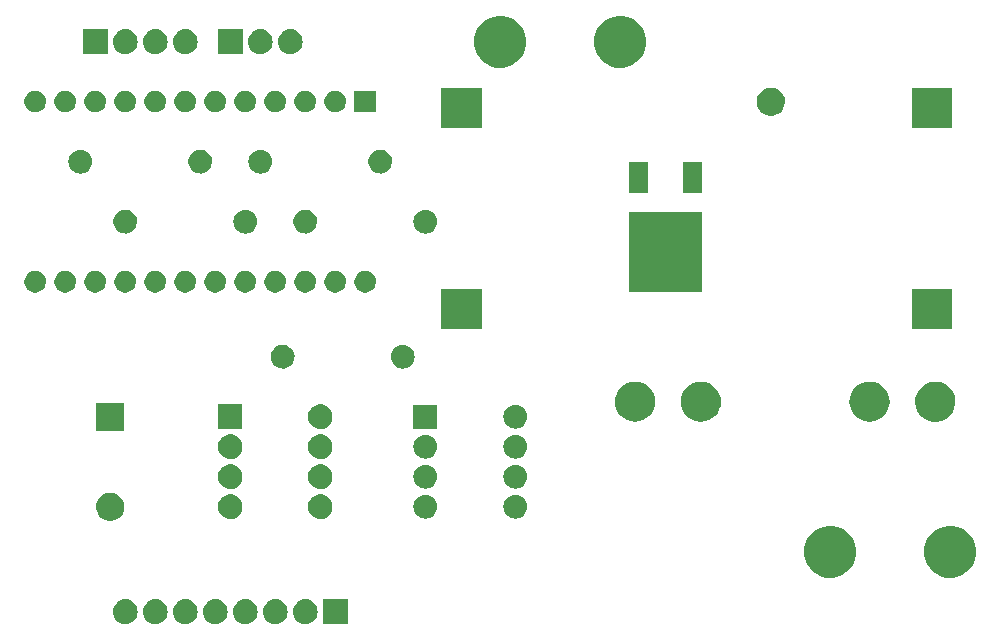
<source format=gbr>
%TF.GenerationSoftware,KiCad,Pcbnew,4.0.7*%
%TF.CreationDate,2017-12-18T22:12:30+01:00*%
%TF.ProjectId,LED,4C45442E6B696361645F706362000000,rev?*%
%TF.FileFunction,Soldermask,Bot*%
%FSLAX46Y46*%
G04 Gerber Fmt 4.6, Leading zero omitted, Abs format (unit mm)*
G04 Created by KiCad (PCBNEW 4.0.7) date Mon Dec 18 22:12:30 2017*
%MOMM*%
%LPD*%
G01*
G04 APERTURE LIST*
%ADD10C,0.100000*%
G04 APERTURE END LIST*
D10*
G36*
X104351009Y-114536348D02*
X104351029Y-114536354D01*
X104351132Y-114536365D01*
X104546891Y-114596963D01*
X104727153Y-114694430D01*
X104885049Y-114825053D01*
X105014567Y-114983858D01*
X105110773Y-115164795D01*
X105170003Y-115360973D01*
X105190000Y-115564919D01*
X105190000Y-115575237D01*
X105189934Y-115584666D01*
X105189933Y-115584673D01*
X105189898Y-115589741D01*
X105167055Y-115793388D01*
X105105092Y-115988720D01*
X105006369Y-116168296D01*
X104874647Y-116325277D01*
X104714941Y-116453684D01*
X104533337Y-116548624D01*
X104336750Y-116606483D01*
X104336666Y-116606491D01*
X104336641Y-116606498D01*
X104132670Y-116625060D01*
X103928991Y-116603652D01*
X103928971Y-116603646D01*
X103928868Y-116603635D01*
X103733109Y-116543037D01*
X103552847Y-116445570D01*
X103394951Y-116314947D01*
X103265433Y-116156142D01*
X103169227Y-115975205D01*
X103109997Y-115779027D01*
X103090000Y-115575081D01*
X103090000Y-115564763D01*
X103090066Y-115555334D01*
X103090067Y-115555327D01*
X103090102Y-115550259D01*
X103112945Y-115346612D01*
X103174908Y-115151280D01*
X103273631Y-114971704D01*
X103405353Y-114814723D01*
X103565059Y-114686316D01*
X103746663Y-114591376D01*
X103943250Y-114533517D01*
X103943334Y-114533509D01*
X103943359Y-114533502D01*
X104147330Y-114514940D01*
X104351009Y-114536348D01*
X104351009Y-114536348D01*
G37*
G36*
X106891009Y-114536348D02*
X106891029Y-114536354D01*
X106891132Y-114536365D01*
X107086891Y-114596963D01*
X107267153Y-114694430D01*
X107425049Y-114825053D01*
X107554567Y-114983858D01*
X107650773Y-115164795D01*
X107710003Y-115360973D01*
X107730000Y-115564919D01*
X107730000Y-115575237D01*
X107729934Y-115584666D01*
X107729933Y-115584673D01*
X107729898Y-115589741D01*
X107707055Y-115793388D01*
X107645092Y-115988720D01*
X107546369Y-116168296D01*
X107414647Y-116325277D01*
X107254941Y-116453684D01*
X107073337Y-116548624D01*
X106876750Y-116606483D01*
X106876666Y-116606491D01*
X106876641Y-116606498D01*
X106672670Y-116625060D01*
X106468991Y-116603652D01*
X106468971Y-116603646D01*
X106468868Y-116603635D01*
X106273109Y-116543037D01*
X106092847Y-116445570D01*
X105934951Y-116314947D01*
X105805433Y-116156142D01*
X105709227Y-115975205D01*
X105649997Y-115779027D01*
X105630000Y-115575081D01*
X105630000Y-115564763D01*
X105630066Y-115555334D01*
X105630067Y-115555327D01*
X105630102Y-115550259D01*
X105652945Y-115346612D01*
X105714908Y-115151280D01*
X105813631Y-114971704D01*
X105945353Y-114814723D01*
X106105059Y-114686316D01*
X106286663Y-114591376D01*
X106483250Y-114533517D01*
X106483334Y-114533509D01*
X106483359Y-114533502D01*
X106687330Y-114514940D01*
X106891009Y-114536348D01*
X106891009Y-114536348D01*
G37*
G36*
X114511009Y-114536348D02*
X114511029Y-114536354D01*
X114511132Y-114536365D01*
X114706891Y-114596963D01*
X114887153Y-114694430D01*
X115045049Y-114825053D01*
X115174567Y-114983858D01*
X115270773Y-115164795D01*
X115330003Y-115360973D01*
X115350000Y-115564919D01*
X115350000Y-115575237D01*
X115349934Y-115584666D01*
X115349933Y-115584673D01*
X115349898Y-115589741D01*
X115327055Y-115793388D01*
X115265092Y-115988720D01*
X115166369Y-116168296D01*
X115034647Y-116325277D01*
X114874941Y-116453684D01*
X114693337Y-116548624D01*
X114496750Y-116606483D01*
X114496666Y-116606491D01*
X114496641Y-116606498D01*
X114292670Y-116625060D01*
X114088991Y-116603652D01*
X114088971Y-116603646D01*
X114088868Y-116603635D01*
X113893109Y-116543037D01*
X113712847Y-116445570D01*
X113554951Y-116314947D01*
X113425433Y-116156142D01*
X113329227Y-115975205D01*
X113269997Y-115779027D01*
X113250000Y-115575081D01*
X113250000Y-115564763D01*
X113250066Y-115555334D01*
X113250067Y-115555327D01*
X113250102Y-115550259D01*
X113272945Y-115346612D01*
X113334908Y-115151280D01*
X113433631Y-114971704D01*
X113565353Y-114814723D01*
X113725059Y-114686316D01*
X113906663Y-114591376D01*
X114103250Y-114533517D01*
X114103334Y-114533509D01*
X114103359Y-114533502D01*
X114307330Y-114514940D01*
X114511009Y-114536348D01*
X114511009Y-114536348D01*
G37*
G36*
X109431009Y-114536348D02*
X109431029Y-114536354D01*
X109431132Y-114536365D01*
X109626891Y-114596963D01*
X109807153Y-114694430D01*
X109965049Y-114825053D01*
X110094567Y-114983858D01*
X110190773Y-115164795D01*
X110250003Y-115360973D01*
X110270000Y-115564919D01*
X110270000Y-115575237D01*
X110269934Y-115584666D01*
X110269933Y-115584673D01*
X110269898Y-115589741D01*
X110247055Y-115793388D01*
X110185092Y-115988720D01*
X110086369Y-116168296D01*
X109954647Y-116325277D01*
X109794941Y-116453684D01*
X109613337Y-116548624D01*
X109416750Y-116606483D01*
X109416666Y-116606491D01*
X109416641Y-116606498D01*
X109212670Y-116625060D01*
X109008991Y-116603652D01*
X109008971Y-116603646D01*
X109008868Y-116603635D01*
X108813109Y-116543037D01*
X108632847Y-116445570D01*
X108474951Y-116314947D01*
X108345433Y-116156142D01*
X108249227Y-115975205D01*
X108189997Y-115779027D01*
X108170000Y-115575081D01*
X108170000Y-115564763D01*
X108170066Y-115555334D01*
X108170067Y-115555327D01*
X108170102Y-115550259D01*
X108192945Y-115346612D01*
X108254908Y-115151280D01*
X108353631Y-114971704D01*
X108485353Y-114814723D01*
X108645059Y-114686316D01*
X108826663Y-114591376D01*
X109023250Y-114533517D01*
X109023334Y-114533509D01*
X109023359Y-114533502D01*
X109227330Y-114514940D01*
X109431009Y-114536348D01*
X109431009Y-114536348D01*
G37*
G36*
X117051009Y-114536348D02*
X117051029Y-114536354D01*
X117051132Y-114536365D01*
X117246891Y-114596963D01*
X117427153Y-114694430D01*
X117585049Y-114825053D01*
X117714567Y-114983858D01*
X117810773Y-115164795D01*
X117870003Y-115360973D01*
X117890000Y-115564919D01*
X117890000Y-115575237D01*
X117889934Y-115584666D01*
X117889933Y-115584673D01*
X117889898Y-115589741D01*
X117867055Y-115793388D01*
X117805092Y-115988720D01*
X117706369Y-116168296D01*
X117574647Y-116325277D01*
X117414941Y-116453684D01*
X117233337Y-116548624D01*
X117036750Y-116606483D01*
X117036666Y-116606491D01*
X117036641Y-116606498D01*
X116832670Y-116625060D01*
X116628991Y-116603652D01*
X116628971Y-116603646D01*
X116628868Y-116603635D01*
X116433109Y-116543037D01*
X116252847Y-116445570D01*
X116094951Y-116314947D01*
X115965433Y-116156142D01*
X115869227Y-115975205D01*
X115809997Y-115779027D01*
X115790000Y-115575081D01*
X115790000Y-115564763D01*
X115790066Y-115555334D01*
X115790067Y-115555327D01*
X115790102Y-115550259D01*
X115812945Y-115346612D01*
X115874908Y-115151280D01*
X115973631Y-114971704D01*
X116105353Y-114814723D01*
X116265059Y-114686316D01*
X116446663Y-114591376D01*
X116643250Y-114533517D01*
X116643334Y-114533509D01*
X116643359Y-114533502D01*
X116847330Y-114514940D01*
X117051009Y-114536348D01*
X117051009Y-114536348D01*
G37*
G36*
X111971009Y-114536348D02*
X111971029Y-114536354D01*
X111971132Y-114536365D01*
X112166891Y-114596963D01*
X112347153Y-114694430D01*
X112505049Y-114825053D01*
X112634567Y-114983858D01*
X112730773Y-115164795D01*
X112790003Y-115360973D01*
X112810000Y-115564919D01*
X112810000Y-115575237D01*
X112809934Y-115584666D01*
X112809933Y-115584673D01*
X112809898Y-115589741D01*
X112787055Y-115793388D01*
X112725092Y-115988720D01*
X112626369Y-116168296D01*
X112494647Y-116325277D01*
X112334941Y-116453684D01*
X112153337Y-116548624D01*
X111956750Y-116606483D01*
X111956666Y-116606491D01*
X111956641Y-116606498D01*
X111752670Y-116625060D01*
X111548991Y-116603652D01*
X111548971Y-116603646D01*
X111548868Y-116603635D01*
X111353109Y-116543037D01*
X111172847Y-116445570D01*
X111014951Y-116314947D01*
X110885433Y-116156142D01*
X110789227Y-115975205D01*
X110729997Y-115779027D01*
X110710000Y-115575081D01*
X110710000Y-115564763D01*
X110710066Y-115555334D01*
X110710067Y-115555327D01*
X110710102Y-115550259D01*
X110732945Y-115346612D01*
X110794908Y-115151280D01*
X110893631Y-114971704D01*
X111025353Y-114814723D01*
X111185059Y-114686316D01*
X111366663Y-114591376D01*
X111563250Y-114533517D01*
X111563334Y-114533509D01*
X111563359Y-114533502D01*
X111767330Y-114514940D01*
X111971009Y-114536348D01*
X111971009Y-114536348D01*
G37*
G36*
X119591009Y-114536348D02*
X119591029Y-114536354D01*
X119591132Y-114536365D01*
X119786891Y-114596963D01*
X119967153Y-114694430D01*
X120125049Y-114825053D01*
X120254567Y-114983858D01*
X120350773Y-115164795D01*
X120410003Y-115360973D01*
X120430000Y-115564919D01*
X120430000Y-115575237D01*
X120429934Y-115584666D01*
X120429933Y-115584673D01*
X120429898Y-115589741D01*
X120407055Y-115793388D01*
X120345092Y-115988720D01*
X120246369Y-116168296D01*
X120114647Y-116325277D01*
X119954941Y-116453684D01*
X119773337Y-116548624D01*
X119576750Y-116606483D01*
X119576666Y-116606491D01*
X119576641Y-116606498D01*
X119372670Y-116625060D01*
X119168991Y-116603652D01*
X119168971Y-116603646D01*
X119168868Y-116603635D01*
X118973109Y-116543037D01*
X118792847Y-116445570D01*
X118634951Y-116314947D01*
X118505433Y-116156142D01*
X118409227Y-115975205D01*
X118349997Y-115779027D01*
X118330000Y-115575081D01*
X118330000Y-115564763D01*
X118330066Y-115555334D01*
X118330067Y-115555327D01*
X118330102Y-115550259D01*
X118352945Y-115346612D01*
X118414908Y-115151280D01*
X118513631Y-114971704D01*
X118645353Y-114814723D01*
X118805059Y-114686316D01*
X118986663Y-114591376D01*
X119183250Y-114533517D01*
X119183334Y-114533509D01*
X119183359Y-114533502D01*
X119387330Y-114514940D01*
X119591009Y-114536348D01*
X119591009Y-114536348D01*
G37*
G36*
X122970000Y-116620000D02*
X120870000Y-116620000D01*
X120870000Y-114520000D01*
X122970000Y-114520000D01*
X122970000Y-116620000D01*
X122970000Y-116620000D01*
G37*
G36*
X164061102Y-108291210D02*
X164483782Y-108377974D01*
X164881557Y-108545183D01*
X165239284Y-108786473D01*
X165543326Y-109092644D01*
X165782111Y-109452045D01*
X165946540Y-109850981D01*
X166030179Y-110273386D01*
X166030179Y-110273418D01*
X166030344Y-110274254D01*
X166023462Y-110767099D01*
X166023272Y-110767934D01*
X166023272Y-110767958D01*
X165927871Y-111187872D01*
X165752368Y-111582057D01*
X165503640Y-111934651D01*
X165191169Y-112232213D01*
X164826849Y-112463418D01*
X164424553Y-112619458D01*
X163999620Y-112694385D01*
X163568218Y-112685349D01*
X163146793Y-112592693D01*
X162751391Y-112419945D01*
X162397068Y-112173684D01*
X162097332Y-111863298D01*
X161863589Y-111500600D01*
X161704744Y-111099405D01*
X161626852Y-110675006D01*
X161632877Y-110243550D01*
X161722588Y-109821493D01*
X161892573Y-109424889D01*
X162136350Y-109068860D01*
X162444642Y-108766960D01*
X162805697Y-108530691D01*
X163205771Y-108369052D01*
X163629621Y-108288198D01*
X164061102Y-108291210D01*
X164061102Y-108291210D01*
G37*
G36*
X174221102Y-108291210D02*
X174643782Y-108377974D01*
X175041557Y-108545183D01*
X175399284Y-108786473D01*
X175703326Y-109092644D01*
X175942111Y-109452045D01*
X176106540Y-109850981D01*
X176190179Y-110273386D01*
X176190179Y-110273418D01*
X176190344Y-110274254D01*
X176183462Y-110767099D01*
X176183272Y-110767934D01*
X176183272Y-110767958D01*
X176087871Y-111187872D01*
X175912368Y-111582057D01*
X175663640Y-111934651D01*
X175351169Y-112232213D01*
X174986849Y-112463418D01*
X174584553Y-112619458D01*
X174159620Y-112694385D01*
X173728218Y-112685349D01*
X173306793Y-112592693D01*
X172911391Y-112419945D01*
X172557068Y-112173684D01*
X172257332Y-111863298D01*
X172023589Y-111500600D01*
X171864744Y-111099405D01*
X171786852Y-110675006D01*
X171792877Y-110243550D01*
X171882588Y-109821493D01*
X172052573Y-109424889D01*
X172296350Y-109068860D01*
X172604642Y-108766960D01*
X172965697Y-108530691D01*
X173365771Y-108369052D01*
X173789621Y-108288198D01*
X174221102Y-108291210D01*
X174221102Y-108291210D01*
G37*
G36*
X102996041Y-105480794D02*
X103226569Y-105528115D01*
X103443512Y-105619309D01*
X103638616Y-105750908D01*
X103804437Y-105917890D01*
X103934669Y-106113906D01*
X104024348Y-106331484D01*
X104069886Y-106561465D01*
X104069886Y-106561498D01*
X104070051Y-106562334D01*
X104066298Y-106831128D01*
X104066107Y-106831967D01*
X104066107Y-106831988D01*
X104014165Y-107060616D01*
X103918447Y-107275601D01*
X103782795Y-107467901D01*
X103612372Y-107630191D01*
X103413673Y-107756290D01*
X103194265Y-107841393D01*
X102962511Y-107882257D01*
X102727225Y-107877329D01*
X102497383Y-107826795D01*
X102281735Y-107732580D01*
X102088487Y-107598269D01*
X101925016Y-107428991D01*
X101797530Y-107231171D01*
X101710899Y-107012366D01*
X101668417Y-106780903D01*
X101671703Y-106545586D01*
X101720630Y-106315402D01*
X101813340Y-106099095D01*
X101946294Y-105904920D01*
X102114433Y-105740266D01*
X102311353Y-105611406D01*
X102529549Y-105523248D01*
X102760714Y-105479152D01*
X102996041Y-105480794D01*
X102996041Y-105480794D01*
G37*
G36*
X113139047Y-105642486D02*
X113338492Y-105683427D01*
X113526184Y-105762325D01*
X113694979Y-105876179D01*
X113838446Y-106020650D01*
X113951116Y-106190233D01*
X114028704Y-106378476D01*
X114068079Y-106577330D01*
X114068079Y-106577363D01*
X114068244Y-106578199D01*
X114064997Y-106810751D01*
X114064806Y-106811590D01*
X114064806Y-106811611D01*
X114019894Y-107009296D01*
X113937082Y-107195294D01*
X113819720Y-107361666D01*
X113672274Y-107502076D01*
X113500367Y-107611172D01*
X113310547Y-107684798D01*
X113110037Y-107720153D01*
X112906475Y-107715890D01*
X112707622Y-107672168D01*
X112521054Y-107590659D01*
X112353860Y-107474456D01*
X112212431Y-107328003D01*
X112102135Y-107156856D01*
X112027183Y-106967551D01*
X111990430Y-106767298D01*
X111993273Y-106563709D01*
X112035603Y-106364562D01*
X112115812Y-106177420D01*
X112230840Y-106009426D01*
X112376310Y-105866972D01*
X112546676Y-105755487D01*
X112735453Y-105679216D01*
X112935450Y-105641065D01*
X113139047Y-105642486D01*
X113139047Y-105642486D01*
G37*
G36*
X120759047Y-105642486D02*
X120958492Y-105683427D01*
X121146184Y-105762325D01*
X121314979Y-105876179D01*
X121458446Y-106020650D01*
X121571116Y-106190233D01*
X121648704Y-106378476D01*
X121688079Y-106577330D01*
X121688079Y-106577363D01*
X121688244Y-106578199D01*
X121684997Y-106810751D01*
X121684806Y-106811590D01*
X121684806Y-106811611D01*
X121639894Y-107009296D01*
X121557082Y-107195294D01*
X121439720Y-107361666D01*
X121292274Y-107502076D01*
X121120367Y-107611172D01*
X120930547Y-107684798D01*
X120730037Y-107720153D01*
X120526475Y-107715890D01*
X120327622Y-107672168D01*
X120141054Y-107590659D01*
X119973860Y-107474456D01*
X119832431Y-107328003D01*
X119722135Y-107156856D01*
X119647183Y-106967551D01*
X119610430Y-106767298D01*
X119613273Y-106563709D01*
X119655603Y-106364562D01*
X119735812Y-106177420D01*
X119850840Y-106009426D01*
X119996310Y-105866972D01*
X120166676Y-105755487D01*
X120355453Y-105679216D01*
X120555450Y-105641065D01*
X120759047Y-105642486D01*
X120759047Y-105642486D01*
G37*
G36*
X129553726Y-105680061D02*
X129553733Y-105680062D01*
X129558801Y-105680097D01*
X129752751Y-105701852D01*
X129938781Y-105760865D01*
X130109806Y-105854887D01*
X130259312Y-105980337D01*
X130381603Y-106132437D01*
X130472023Y-106305393D01*
X130527126Y-106492619D01*
X130527134Y-106492703D01*
X130527141Y-106492728D01*
X130544819Y-106686981D01*
X130524431Y-106880955D01*
X130524425Y-106880975D01*
X130524414Y-106881078D01*
X130466702Y-107067516D01*
X130373877Y-107239193D01*
X130249473Y-107389571D01*
X130098231Y-107512921D01*
X129925909Y-107604546D01*
X129739073Y-107660955D01*
X129544839Y-107680000D01*
X129535004Y-107680000D01*
X129526274Y-107679939D01*
X129526267Y-107679938D01*
X129521199Y-107679903D01*
X129327249Y-107658148D01*
X129141219Y-107599135D01*
X128970194Y-107505113D01*
X128820688Y-107379663D01*
X128698397Y-107227563D01*
X128607977Y-107054607D01*
X128552874Y-106867381D01*
X128552866Y-106867297D01*
X128552859Y-106867272D01*
X128535181Y-106673019D01*
X128555569Y-106479045D01*
X128555575Y-106479025D01*
X128555586Y-106478922D01*
X128613298Y-106292484D01*
X128706123Y-106120807D01*
X128830527Y-105970429D01*
X128981769Y-105847079D01*
X129154091Y-105755454D01*
X129340927Y-105699045D01*
X129535161Y-105680000D01*
X129544996Y-105680000D01*
X129553726Y-105680061D01*
X129553726Y-105680061D01*
G37*
G36*
X137173726Y-105680061D02*
X137173733Y-105680062D01*
X137178801Y-105680097D01*
X137372751Y-105701852D01*
X137558781Y-105760865D01*
X137729806Y-105854887D01*
X137879312Y-105980337D01*
X138001603Y-106132437D01*
X138092023Y-106305393D01*
X138147126Y-106492619D01*
X138147134Y-106492703D01*
X138147141Y-106492728D01*
X138164819Y-106686981D01*
X138144431Y-106880955D01*
X138144425Y-106880975D01*
X138144414Y-106881078D01*
X138086702Y-107067516D01*
X137993877Y-107239193D01*
X137869473Y-107389571D01*
X137718231Y-107512921D01*
X137545909Y-107604546D01*
X137359073Y-107660955D01*
X137164839Y-107680000D01*
X137155004Y-107680000D01*
X137146274Y-107679939D01*
X137146267Y-107679938D01*
X137141199Y-107679903D01*
X136947249Y-107658148D01*
X136761219Y-107599135D01*
X136590194Y-107505113D01*
X136440688Y-107379663D01*
X136318397Y-107227563D01*
X136227977Y-107054607D01*
X136172874Y-106867381D01*
X136172866Y-106867297D01*
X136172859Y-106867272D01*
X136155181Y-106673019D01*
X136175569Y-106479045D01*
X136175575Y-106479025D01*
X136175586Y-106478922D01*
X136233298Y-106292484D01*
X136326123Y-106120807D01*
X136450527Y-105970429D01*
X136601769Y-105847079D01*
X136774091Y-105755454D01*
X136960927Y-105699045D01*
X137155161Y-105680000D01*
X137164996Y-105680000D01*
X137173726Y-105680061D01*
X137173726Y-105680061D01*
G37*
G36*
X120759047Y-103102486D02*
X120958492Y-103143427D01*
X121146184Y-103222325D01*
X121314979Y-103336179D01*
X121458446Y-103480650D01*
X121571116Y-103650233D01*
X121648704Y-103838476D01*
X121688079Y-104037330D01*
X121688079Y-104037363D01*
X121688244Y-104038199D01*
X121684997Y-104270751D01*
X121684806Y-104271590D01*
X121684806Y-104271611D01*
X121639894Y-104469296D01*
X121557082Y-104655294D01*
X121439720Y-104821666D01*
X121292274Y-104962076D01*
X121120367Y-105071172D01*
X120930547Y-105144798D01*
X120730037Y-105180153D01*
X120526475Y-105175890D01*
X120327622Y-105132168D01*
X120141054Y-105050659D01*
X119973860Y-104934456D01*
X119832431Y-104788003D01*
X119722135Y-104616856D01*
X119647183Y-104427551D01*
X119610430Y-104227298D01*
X119613273Y-104023709D01*
X119655603Y-103824562D01*
X119735812Y-103637420D01*
X119850840Y-103469426D01*
X119996310Y-103326972D01*
X120166676Y-103215487D01*
X120355453Y-103139216D01*
X120555450Y-103101065D01*
X120759047Y-103102486D01*
X120759047Y-103102486D01*
G37*
G36*
X113139047Y-103102486D02*
X113338492Y-103143427D01*
X113526184Y-103222325D01*
X113694979Y-103336179D01*
X113838446Y-103480650D01*
X113951116Y-103650233D01*
X114028704Y-103838476D01*
X114068079Y-104037330D01*
X114068079Y-104037363D01*
X114068244Y-104038199D01*
X114064997Y-104270751D01*
X114064806Y-104271590D01*
X114064806Y-104271611D01*
X114019894Y-104469296D01*
X113937082Y-104655294D01*
X113819720Y-104821666D01*
X113672274Y-104962076D01*
X113500367Y-105071172D01*
X113310547Y-105144798D01*
X113110037Y-105180153D01*
X112906475Y-105175890D01*
X112707622Y-105132168D01*
X112521054Y-105050659D01*
X112353860Y-104934456D01*
X112212431Y-104788003D01*
X112102135Y-104616856D01*
X112027183Y-104427551D01*
X111990430Y-104227298D01*
X111993273Y-104023709D01*
X112035603Y-103824562D01*
X112115812Y-103637420D01*
X112230840Y-103469426D01*
X112376310Y-103326972D01*
X112546676Y-103215487D01*
X112735453Y-103139216D01*
X112935450Y-103101065D01*
X113139047Y-103102486D01*
X113139047Y-103102486D01*
G37*
G36*
X137173726Y-103140061D02*
X137173733Y-103140062D01*
X137178801Y-103140097D01*
X137372751Y-103161852D01*
X137558781Y-103220865D01*
X137729806Y-103314887D01*
X137879312Y-103440337D01*
X138001603Y-103592437D01*
X138092023Y-103765393D01*
X138147126Y-103952619D01*
X138147134Y-103952703D01*
X138147141Y-103952728D01*
X138164819Y-104146981D01*
X138144431Y-104340955D01*
X138144425Y-104340975D01*
X138144414Y-104341078D01*
X138086702Y-104527516D01*
X137993877Y-104699193D01*
X137869473Y-104849571D01*
X137718231Y-104972921D01*
X137545909Y-105064546D01*
X137359073Y-105120955D01*
X137164839Y-105140000D01*
X137155004Y-105140000D01*
X137146274Y-105139939D01*
X137146267Y-105139938D01*
X137141199Y-105139903D01*
X136947249Y-105118148D01*
X136761219Y-105059135D01*
X136590194Y-104965113D01*
X136440688Y-104839663D01*
X136318397Y-104687563D01*
X136227977Y-104514607D01*
X136172874Y-104327381D01*
X136172866Y-104327297D01*
X136172859Y-104327272D01*
X136155181Y-104133019D01*
X136175569Y-103939045D01*
X136175575Y-103939025D01*
X136175586Y-103938922D01*
X136233298Y-103752484D01*
X136326123Y-103580807D01*
X136450527Y-103430429D01*
X136601769Y-103307079D01*
X136774091Y-103215454D01*
X136960927Y-103159045D01*
X137155161Y-103140000D01*
X137164996Y-103140000D01*
X137173726Y-103140061D01*
X137173726Y-103140061D01*
G37*
G36*
X129553726Y-103140061D02*
X129553733Y-103140062D01*
X129558801Y-103140097D01*
X129752751Y-103161852D01*
X129938781Y-103220865D01*
X130109806Y-103314887D01*
X130259312Y-103440337D01*
X130381603Y-103592437D01*
X130472023Y-103765393D01*
X130527126Y-103952619D01*
X130527134Y-103952703D01*
X130527141Y-103952728D01*
X130544819Y-104146981D01*
X130524431Y-104340955D01*
X130524425Y-104340975D01*
X130524414Y-104341078D01*
X130466702Y-104527516D01*
X130373877Y-104699193D01*
X130249473Y-104849571D01*
X130098231Y-104972921D01*
X129925909Y-105064546D01*
X129739073Y-105120955D01*
X129544839Y-105140000D01*
X129535004Y-105140000D01*
X129526274Y-105139939D01*
X129526267Y-105139938D01*
X129521199Y-105139903D01*
X129327249Y-105118148D01*
X129141219Y-105059135D01*
X128970194Y-104965113D01*
X128820688Y-104839663D01*
X128698397Y-104687563D01*
X128607977Y-104514607D01*
X128552874Y-104327381D01*
X128552866Y-104327297D01*
X128552859Y-104327272D01*
X128535181Y-104133019D01*
X128555569Y-103939045D01*
X128555575Y-103939025D01*
X128555586Y-103938922D01*
X128613298Y-103752484D01*
X128706123Y-103580807D01*
X128830527Y-103430429D01*
X128981769Y-103307079D01*
X129154091Y-103215454D01*
X129340927Y-103159045D01*
X129535161Y-103140000D01*
X129544996Y-103140000D01*
X129553726Y-103140061D01*
X129553726Y-103140061D01*
G37*
G36*
X120759047Y-100562486D02*
X120958492Y-100603427D01*
X121146184Y-100682325D01*
X121314979Y-100796179D01*
X121458446Y-100940650D01*
X121571116Y-101110233D01*
X121648704Y-101298476D01*
X121688079Y-101497330D01*
X121688079Y-101497363D01*
X121688244Y-101498199D01*
X121684997Y-101730751D01*
X121684806Y-101731590D01*
X121684806Y-101731611D01*
X121639894Y-101929296D01*
X121557082Y-102115294D01*
X121439720Y-102281666D01*
X121292274Y-102422076D01*
X121120367Y-102531172D01*
X120930547Y-102604798D01*
X120730037Y-102640153D01*
X120526475Y-102635890D01*
X120327622Y-102592168D01*
X120141054Y-102510659D01*
X119973860Y-102394456D01*
X119832431Y-102248003D01*
X119722135Y-102076856D01*
X119647183Y-101887551D01*
X119610430Y-101687298D01*
X119613273Y-101483709D01*
X119655603Y-101284562D01*
X119735812Y-101097420D01*
X119850840Y-100929426D01*
X119996310Y-100786972D01*
X120166676Y-100675487D01*
X120355453Y-100599216D01*
X120555450Y-100561065D01*
X120759047Y-100562486D01*
X120759047Y-100562486D01*
G37*
G36*
X113139047Y-100562486D02*
X113338492Y-100603427D01*
X113526184Y-100682325D01*
X113694979Y-100796179D01*
X113838446Y-100940650D01*
X113951116Y-101110233D01*
X114028704Y-101298476D01*
X114068079Y-101497330D01*
X114068079Y-101497363D01*
X114068244Y-101498199D01*
X114064997Y-101730751D01*
X114064806Y-101731590D01*
X114064806Y-101731611D01*
X114019894Y-101929296D01*
X113937082Y-102115294D01*
X113819720Y-102281666D01*
X113672274Y-102422076D01*
X113500367Y-102531172D01*
X113310547Y-102604798D01*
X113110037Y-102640153D01*
X112906475Y-102635890D01*
X112707622Y-102592168D01*
X112521054Y-102510659D01*
X112353860Y-102394456D01*
X112212431Y-102248003D01*
X112102135Y-102076856D01*
X112027183Y-101887551D01*
X111990430Y-101687298D01*
X111993273Y-101483709D01*
X112035603Y-101284562D01*
X112115812Y-101097420D01*
X112230840Y-100929426D01*
X112376310Y-100786972D01*
X112546676Y-100675487D01*
X112735453Y-100599216D01*
X112935450Y-100561065D01*
X113139047Y-100562486D01*
X113139047Y-100562486D01*
G37*
G36*
X137173726Y-100600061D02*
X137173733Y-100600062D01*
X137178801Y-100600097D01*
X137372751Y-100621852D01*
X137558781Y-100680865D01*
X137729806Y-100774887D01*
X137879312Y-100900337D01*
X138001603Y-101052437D01*
X138092023Y-101225393D01*
X138147126Y-101412619D01*
X138147134Y-101412703D01*
X138147141Y-101412728D01*
X138164819Y-101606981D01*
X138144431Y-101800955D01*
X138144425Y-101800975D01*
X138144414Y-101801078D01*
X138086702Y-101987516D01*
X137993877Y-102159193D01*
X137869473Y-102309571D01*
X137718231Y-102432921D01*
X137545909Y-102524546D01*
X137359073Y-102580955D01*
X137164839Y-102600000D01*
X137155004Y-102600000D01*
X137146274Y-102599939D01*
X137146267Y-102599938D01*
X137141199Y-102599903D01*
X136947249Y-102578148D01*
X136761219Y-102519135D01*
X136590194Y-102425113D01*
X136440688Y-102299663D01*
X136318397Y-102147563D01*
X136227977Y-101974607D01*
X136172874Y-101787381D01*
X136172866Y-101787297D01*
X136172859Y-101787272D01*
X136155181Y-101593019D01*
X136175569Y-101399045D01*
X136175575Y-101399025D01*
X136175586Y-101398922D01*
X136233298Y-101212484D01*
X136326123Y-101040807D01*
X136450527Y-100890429D01*
X136601769Y-100767079D01*
X136774091Y-100675454D01*
X136960927Y-100619045D01*
X137155161Y-100600000D01*
X137164996Y-100600000D01*
X137173726Y-100600061D01*
X137173726Y-100600061D01*
G37*
G36*
X129553726Y-100600061D02*
X129553733Y-100600062D01*
X129558801Y-100600097D01*
X129752751Y-100621852D01*
X129938781Y-100680865D01*
X130109806Y-100774887D01*
X130259312Y-100900337D01*
X130381603Y-101052437D01*
X130472023Y-101225393D01*
X130527126Y-101412619D01*
X130527134Y-101412703D01*
X130527141Y-101412728D01*
X130544819Y-101606981D01*
X130524431Y-101800955D01*
X130524425Y-101800975D01*
X130524414Y-101801078D01*
X130466702Y-101987516D01*
X130373877Y-102159193D01*
X130249473Y-102309571D01*
X130098231Y-102432921D01*
X129925909Y-102524546D01*
X129739073Y-102580955D01*
X129544839Y-102600000D01*
X129535004Y-102600000D01*
X129526274Y-102599939D01*
X129526267Y-102599938D01*
X129521199Y-102599903D01*
X129327249Y-102578148D01*
X129141219Y-102519135D01*
X128970194Y-102425113D01*
X128820688Y-102299663D01*
X128698397Y-102147563D01*
X128607977Y-101974607D01*
X128552874Y-101787381D01*
X128552866Y-101787297D01*
X128552859Y-101787272D01*
X128535181Y-101593019D01*
X128555569Y-101399045D01*
X128555575Y-101399025D01*
X128555586Y-101398922D01*
X128613298Y-101212484D01*
X128706123Y-101040807D01*
X128830527Y-100890429D01*
X128981769Y-100767079D01*
X129154091Y-100675454D01*
X129340927Y-100619045D01*
X129535161Y-100600000D01*
X129544996Y-100600000D01*
X129553726Y-100600061D01*
X129553726Y-100600061D01*
G37*
G36*
X104070000Y-100280000D02*
X101670000Y-100280000D01*
X101670000Y-97880000D01*
X104070000Y-97880000D01*
X104070000Y-100280000D01*
X104070000Y-100280000D01*
G37*
G36*
X120759047Y-98022486D02*
X120958492Y-98063427D01*
X121146184Y-98142325D01*
X121314979Y-98256179D01*
X121458446Y-98400650D01*
X121571116Y-98570233D01*
X121648704Y-98758476D01*
X121688079Y-98957330D01*
X121688079Y-98957363D01*
X121688244Y-98958199D01*
X121684997Y-99190751D01*
X121684806Y-99191590D01*
X121684806Y-99191611D01*
X121639894Y-99389296D01*
X121557082Y-99575294D01*
X121439720Y-99741666D01*
X121292274Y-99882076D01*
X121120367Y-99991172D01*
X120930547Y-100064798D01*
X120730037Y-100100153D01*
X120526475Y-100095890D01*
X120327622Y-100052168D01*
X120141054Y-99970659D01*
X119973860Y-99854456D01*
X119832431Y-99708003D01*
X119722135Y-99536856D01*
X119647183Y-99347551D01*
X119610430Y-99147298D01*
X119613273Y-98943709D01*
X119655603Y-98744562D01*
X119735812Y-98557420D01*
X119850840Y-98389426D01*
X119996310Y-98246972D01*
X120166676Y-98135487D01*
X120355453Y-98059216D01*
X120555450Y-98021065D01*
X120759047Y-98022486D01*
X120759047Y-98022486D01*
G37*
G36*
X114068200Y-100098200D02*
X111991800Y-100098200D01*
X111991800Y-98021800D01*
X114068200Y-98021800D01*
X114068200Y-100098200D01*
X114068200Y-100098200D01*
G37*
G36*
X130540000Y-100060000D02*
X128540000Y-100060000D01*
X128540000Y-98060000D01*
X130540000Y-98060000D01*
X130540000Y-100060000D01*
X130540000Y-100060000D01*
G37*
G36*
X137173726Y-98060061D02*
X137173733Y-98060062D01*
X137178801Y-98060097D01*
X137372751Y-98081852D01*
X137558781Y-98140865D01*
X137729806Y-98234887D01*
X137879312Y-98360337D01*
X138001603Y-98512437D01*
X138092023Y-98685393D01*
X138147126Y-98872619D01*
X138147134Y-98872703D01*
X138147141Y-98872728D01*
X138164819Y-99066981D01*
X138144431Y-99260955D01*
X138144425Y-99260975D01*
X138144414Y-99261078D01*
X138086702Y-99447516D01*
X137993877Y-99619193D01*
X137869473Y-99769571D01*
X137718231Y-99892921D01*
X137545909Y-99984546D01*
X137359073Y-100040955D01*
X137164839Y-100060000D01*
X137155004Y-100060000D01*
X137146274Y-100059939D01*
X137146267Y-100059938D01*
X137141199Y-100059903D01*
X136947249Y-100038148D01*
X136761219Y-99979135D01*
X136590194Y-99885113D01*
X136440688Y-99759663D01*
X136318397Y-99607563D01*
X136227977Y-99434607D01*
X136172874Y-99247381D01*
X136172866Y-99247297D01*
X136172859Y-99247272D01*
X136155181Y-99053019D01*
X136175569Y-98859045D01*
X136175575Y-98859025D01*
X136175586Y-98858922D01*
X136233298Y-98672484D01*
X136326123Y-98500807D01*
X136450527Y-98350429D01*
X136601769Y-98227079D01*
X136774091Y-98135454D01*
X136960927Y-98079045D01*
X137155161Y-98060000D01*
X137164996Y-98060000D01*
X137173726Y-98060061D01*
X137173726Y-98060061D01*
G37*
G36*
X172898558Y-96091127D02*
X173225138Y-96158165D01*
X173532475Y-96287357D01*
X173808869Y-96473788D01*
X174043783Y-96710347D01*
X174228279Y-96988035D01*
X174355323Y-97296269D01*
X174419907Y-97622439D01*
X174419907Y-97622466D01*
X174420073Y-97623306D01*
X174414756Y-98004097D01*
X174414565Y-98004936D01*
X174414565Y-98004957D01*
X174340898Y-98329205D01*
X174205298Y-98633766D01*
X174013122Y-98906192D01*
X173771690Y-99136105D01*
X173490206Y-99314741D01*
X173179375Y-99435304D01*
X172851056Y-99493195D01*
X172517736Y-99486214D01*
X172192127Y-99414624D01*
X171886624Y-99281153D01*
X171612862Y-99090883D01*
X171381270Y-98851062D01*
X171200673Y-98570830D01*
X171077942Y-98260849D01*
X171017760Y-97932944D01*
X171022416Y-97599587D01*
X171091731Y-97273481D01*
X171223067Y-96967053D01*
X171411419Y-96691971D01*
X171649617Y-96458711D01*
X171928583Y-96276160D01*
X172237696Y-96151271D01*
X172565179Y-96088800D01*
X172898558Y-96091127D01*
X172898558Y-96091127D01*
G37*
G36*
X147346887Y-96090129D02*
X147346901Y-96090131D01*
X147351962Y-96090166D01*
X147681676Y-96127149D01*
X147997927Y-96227470D01*
X148288670Y-96387307D01*
X148542830Y-96600572D01*
X148750725Y-96859143D01*
X148904439Y-97153169D01*
X148998114Y-97471452D01*
X148998122Y-97471539D01*
X148998128Y-97471560D01*
X149028189Y-97801868D01*
X148993521Y-98131709D01*
X148993515Y-98131729D01*
X148993504Y-98131832D01*
X148895393Y-98448776D01*
X148737590Y-98740628D01*
X148526104Y-98996270D01*
X148268992Y-99205966D01*
X147976046Y-99361728D01*
X147658424Y-99457624D01*
X147328226Y-99490000D01*
X147311614Y-99490000D01*
X147293113Y-99489871D01*
X147293099Y-99489869D01*
X147288038Y-99489834D01*
X146958324Y-99452851D01*
X146642073Y-99352530D01*
X146351330Y-99192693D01*
X146097170Y-98979428D01*
X145889275Y-98720857D01*
X145735561Y-98426831D01*
X145641886Y-98108548D01*
X145641878Y-98108461D01*
X145641872Y-98108440D01*
X145611811Y-97778132D01*
X145646479Y-97448291D01*
X145646485Y-97448271D01*
X145646496Y-97448168D01*
X145744607Y-97131224D01*
X145902410Y-96839372D01*
X146113896Y-96583730D01*
X146371008Y-96374034D01*
X146663954Y-96218272D01*
X146981576Y-96122376D01*
X147311774Y-96090000D01*
X147328386Y-96090000D01*
X147346887Y-96090129D01*
X147346887Y-96090129D01*
G37*
G36*
X152896887Y-96090129D02*
X152896901Y-96090131D01*
X152901962Y-96090166D01*
X153231676Y-96127149D01*
X153547927Y-96227470D01*
X153838670Y-96387307D01*
X154092830Y-96600572D01*
X154300725Y-96859143D01*
X154454439Y-97153169D01*
X154548114Y-97471452D01*
X154548122Y-97471539D01*
X154548128Y-97471560D01*
X154578189Y-97801868D01*
X154543521Y-98131709D01*
X154543515Y-98131729D01*
X154543504Y-98131832D01*
X154445393Y-98448776D01*
X154287590Y-98740628D01*
X154076104Y-98996270D01*
X153818992Y-99205966D01*
X153526046Y-99361728D01*
X153208424Y-99457624D01*
X152878226Y-99490000D01*
X152861614Y-99490000D01*
X152843113Y-99489871D01*
X152843099Y-99489869D01*
X152838038Y-99489834D01*
X152508324Y-99452851D01*
X152192073Y-99352530D01*
X151901330Y-99192693D01*
X151647170Y-98979428D01*
X151439275Y-98720857D01*
X151285561Y-98426831D01*
X151191886Y-98108548D01*
X151191878Y-98108461D01*
X151191872Y-98108440D01*
X151161811Y-97778132D01*
X151196479Y-97448291D01*
X151196485Y-97448271D01*
X151196496Y-97448168D01*
X151294607Y-97131224D01*
X151452410Y-96839372D01*
X151663896Y-96583730D01*
X151921008Y-96374034D01*
X152213954Y-96218272D01*
X152531576Y-96122376D01*
X152861774Y-96090000D01*
X152878386Y-96090000D01*
X152896887Y-96090129D01*
X152896887Y-96090129D01*
G37*
G36*
X167196887Y-96090129D02*
X167196901Y-96090131D01*
X167201962Y-96090166D01*
X167531676Y-96127149D01*
X167847927Y-96227470D01*
X168138670Y-96387307D01*
X168392830Y-96600572D01*
X168600725Y-96859143D01*
X168754439Y-97153169D01*
X168848114Y-97471452D01*
X168848122Y-97471539D01*
X168848128Y-97471560D01*
X168878189Y-97801868D01*
X168843521Y-98131709D01*
X168843515Y-98131729D01*
X168843504Y-98131832D01*
X168745393Y-98448776D01*
X168587590Y-98740628D01*
X168376104Y-98996270D01*
X168118992Y-99205966D01*
X167826046Y-99361728D01*
X167508424Y-99457624D01*
X167178226Y-99490000D01*
X167161614Y-99490000D01*
X167143113Y-99489871D01*
X167143099Y-99489869D01*
X167138038Y-99489834D01*
X166808324Y-99452851D01*
X166492073Y-99352530D01*
X166201330Y-99192693D01*
X165947170Y-98979428D01*
X165739275Y-98720857D01*
X165585561Y-98426831D01*
X165491886Y-98108548D01*
X165491878Y-98108461D01*
X165491872Y-98108440D01*
X165461811Y-97778132D01*
X165496479Y-97448291D01*
X165496485Y-97448271D01*
X165496496Y-97448168D01*
X165594607Y-97131224D01*
X165752410Y-96839372D01*
X165963896Y-96583730D01*
X166221008Y-96374034D01*
X166513954Y-96218272D01*
X166831576Y-96122376D01*
X167161774Y-96090000D01*
X167178386Y-96090000D01*
X167196887Y-96090129D01*
X167196887Y-96090129D01*
G37*
G36*
X117580035Y-92980661D02*
X117772141Y-93020094D01*
X117952928Y-93096090D01*
X118115509Y-93205754D01*
X118253700Y-93344911D01*
X118362224Y-93508254D01*
X118436957Y-93689570D01*
X118474877Y-93881077D01*
X118474877Y-93881105D01*
X118475043Y-93881945D01*
X118471916Y-94105940D01*
X118471724Y-94106784D01*
X118471724Y-94106799D01*
X118428471Y-94297181D01*
X118348706Y-94476334D01*
X118235662Y-94636585D01*
X118093643Y-94771828D01*
X117928060Y-94876910D01*
X117745225Y-94947827D01*
X117552092Y-94981881D01*
X117356020Y-94977775D01*
X117164488Y-94935663D01*
X116984776Y-94857150D01*
X116823741Y-94745227D01*
X116687511Y-94604157D01*
X116581275Y-94439310D01*
X116509083Y-94256974D01*
X116473681Y-94064082D01*
X116476419Y-93867988D01*
X116517191Y-93676168D01*
X116594449Y-93495912D01*
X116705244Y-93334099D01*
X116845362Y-93196887D01*
X117009459Y-93089504D01*
X117191291Y-93016040D01*
X117383929Y-92979292D01*
X117580035Y-92980661D01*
X117580035Y-92980661D01*
G37*
G36*
X127648726Y-92980061D02*
X127648733Y-92980062D01*
X127653801Y-92980097D01*
X127847751Y-93001852D01*
X128033781Y-93060865D01*
X128204806Y-93154887D01*
X128354312Y-93280337D01*
X128476603Y-93432437D01*
X128567023Y-93605393D01*
X128622126Y-93792619D01*
X128622134Y-93792703D01*
X128622141Y-93792728D01*
X128639819Y-93986981D01*
X128619431Y-94180955D01*
X128619425Y-94180975D01*
X128619414Y-94181078D01*
X128561702Y-94367516D01*
X128468877Y-94539193D01*
X128344473Y-94689571D01*
X128193231Y-94812921D01*
X128020909Y-94904546D01*
X127834073Y-94960955D01*
X127639839Y-94980000D01*
X127630004Y-94980000D01*
X127621274Y-94979939D01*
X127621267Y-94979938D01*
X127616199Y-94979903D01*
X127422249Y-94958148D01*
X127236219Y-94899135D01*
X127065194Y-94805113D01*
X126915688Y-94679663D01*
X126793397Y-94527563D01*
X126702977Y-94354607D01*
X126647874Y-94167381D01*
X126647866Y-94167297D01*
X126647859Y-94167272D01*
X126630181Y-93973019D01*
X126650569Y-93779045D01*
X126650575Y-93779025D01*
X126650586Y-93778922D01*
X126708298Y-93592484D01*
X126801123Y-93420807D01*
X126925527Y-93270429D01*
X127076769Y-93147079D01*
X127249091Y-93055454D01*
X127435927Y-92999045D01*
X127630161Y-92980000D01*
X127639996Y-92980000D01*
X127648726Y-92980061D01*
X127648726Y-92980061D01*
G37*
G36*
X134310000Y-91620000D02*
X130910000Y-91620000D01*
X130910000Y-88220000D01*
X134310000Y-88220000D01*
X134310000Y-91620000D01*
X134310000Y-91620000D01*
G37*
G36*
X174140000Y-91620000D02*
X170740000Y-91620000D01*
X170740000Y-88220000D01*
X174140000Y-88220000D01*
X174140000Y-91620000D01*
X174140000Y-91620000D01*
G37*
G36*
X109315844Y-86728102D02*
X109491140Y-86764085D01*
X109656110Y-86833433D01*
X109804469Y-86933503D01*
X109930562Y-87060478D01*
X110029594Y-87209533D01*
X110097787Y-87374982D01*
X110132373Y-87549656D01*
X110132373Y-87549685D01*
X110132539Y-87550525D01*
X110129685Y-87754920D01*
X110129494Y-87755759D01*
X110129494Y-87755780D01*
X110090043Y-87929427D01*
X110017258Y-88092905D01*
X109914102Y-88239137D01*
X109784516Y-88362540D01*
X109633419Y-88458430D01*
X109466576Y-88523144D01*
X109290347Y-88554217D01*
X109111430Y-88550470D01*
X108936653Y-88512042D01*
X108772675Y-88440402D01*
X108625726Y-88338270D01*
X108501415Y-88209542D01*
X108404477Y-88059124D01*
X108338598Y-87892735D01*
X108306295Y-87716729D01*
X108308794Y-87537788D01*
X108345999Y-87362754D01*
X108416497Y-87198269D01*
X108517597Y-87050615D01*
X108645456Y-86925407D01*
X108795191Y-86827423D01*
X108961115Y-86760385D01*
X109136897Y-86726854D01*
X109315844Y-86728102D01*
X109315844Y-86728102D01*
G37*
G36*
X106775844Y-86728102D02*
X106951140Y-86764085D01*
X107116110Y-86833433D01*
X107264469Y-86933503D01*
X107390562Y-87060478D01*
X107489594Y-87209533D01*
X107557787Y-87374982D01*
X107592373Y-87549656D01*
X107592373Y-87549685D01*
X107592539Y-87550525D01*
X107589685Y-87754920D01*
X107589494Y-87755759D01*
X107589494Y-87755780D01*
X107550043Y-87929427D01*
X107477258Y-88092905D01*
X107374102Y-88239137D01*
X107244516Y-88362540D01*
X107093419Y-88458430D01*
X106926576Y-88523144D01*
X106750347Y-88554217D01*
X106571430Y-88550470D01*
X106396653Y-88512042D01*
X106232675Y-88440402D01*
X106085726Y-88338270D01*
X105961415Y-88209542D01*
X105864477Y-88059124D01*
X105798598Y-87892735D01*
X105766295Y-87716729D01*
X105768794Y-87537788D01*
X105805999Y-87362754D01*
X105876497Y-87198269D01*
X105977597Y-87050615D01*
X106105456Y-86925407D01*
X106255191Y-86827423D01*
X106421115Y-86760385D01*
X106596897Y-86726854D01*
X106775844Y-86728102D01*
X106775844Y-86728102D01*
G37*
G36*
X104235844Y-86728102D02*
X104411140Y-86764085D01*
X104576110Y-86833433D01*
X104724469Y-86933503D01*
X104850562Y-87060478D01*
X104949594Y-87209533D01*
X105017787Y-87374982D01*
X105052373Y-87549656D01*
X105052373Y-87549685D01*
X105052539Y-87550525D01*
X105049685Y-87754920D01*
X105049494Y-87755759D01*
X105049494Y-87755780D01*
X105010043Y-87929427D01*
X104937258Y-88092905D01*
X104834102Y-88239137D01*
X104704516Y-88362540D01*
X104553419Y-88458430D01*
X104386576Y-88523144D01*
X104210347Y-88554217D01*
X104031430Y-88550470D01*
X103856653Y-88512042D01*
X103692675Y-88440402D01*
X103545726Y-88338270D01*
X103421415Y-88209542D01*
X103324477Y-88059124D01*
X103258598Y-87892735D01*
X103226295Y-87716729D01*
X103228794Y-87537788D01*
X103265999Y-87362754D01*
X103336497Y-87198269D01*
X103437597Y-87050615D01*
X103565456Y-86925407D01*
X103715191Y-86827423D01*
X103881115Y-86760385D01*
X104056897Y-86726854D01*
X104235844Y-86728102D01*
X104235844Y-86728102D01*
G37*
G36*
X124555844Y-86728102D02*
X124731140Y-86764085D01*
X124896110Y-86833433D01*
X125044469Y-86933503D01*
X125170562Y-87060478D01*
X125269594Y-87209533D01*
X125337787Y-87374982D01*
X125372373Y-87549656D01*
X125372373Y-87549685D01*
X125372539Y-87550525D01*
X125369685Y-87754920D01*
X125369494Y-87755759D01*
X125369494Y-87755780D01*
X125330043Y-87929427D01*
X125257258Y-88092905D01*
X125154102Y-88239137D01*
X125024516Y-88362540D01*
X124873419Y-88458430D01*
X124706576Y-88523144D01*
X124530347Y-88554217D01*
X124351430Y-88550470D01*
X124176653Y-88512042D01*
X124012675Y-88440402D01*
X123865726Y-88338270D01*
X123741415Y-88209542D01*
X123644477Y-88059124D01*
X123578598Y-87892735D01*
X123546295Y-87716729D01*
X123548794Y-87537788D01*
X123585999Y-87362754D01*
X123656497Y-87198269D01*
X123757597Y-87050615D01*
X123885456Y-86925407D01*
X124035191Y-86827423D01*
X124201115Y-86760385D01*
X124376897Y-86726854D01*
X124555844Y-86728102D01*
X124555844Y-86728102D01*
G37*
G36*
X122015844Y-86728102D02*
X122191140Y-86764085D01*
X122356110Y-86833433D01*
X122504469Y-86933503D01*
X122630562Y-87060478D01*
X122729594Y-87209533D01*
X122797787Y-87374982D01*
X122832373Y-87549656D01*
X122832373Y-87549685D01*
X122832539Y-87550525D01*
X122829685Y-87754920D01*
X122829494Y-87755759D01*
X122829494Y-87755780D01*
X122790043Y-87929427D01*
X122717258Y-88092905D01*
X122614102Y-88239137D01*
X122484516Y-88362540D01*
X122333419Y-88458430D01*
X122166576Y-88523144D01*
X121990347Y-88554217D01*
X121811430Y-88550470D01*
X121636653Y-88512042D01*
X121472675Y-88440402D01*
X121325726Y-88338270D01*
X121201415Y-88209542D01*
X121104477Y-88059124D01*
X121038598Y-87892735D01*
X121006295Y-87716729D01*
X121008794Y-87537788D01*
X121045999Y-87362754D01*
X121116497Y-87198269D01*
X121217597Y-87050615D01*
X121345456Y-86925407D01*
X121495191Y-86827423D01*
X121661115Y-86760385D01*
X121836897Y-86726854D01*
X122015844Y-86728102D01*
X122015844Y-86728102D01*
G37*
G36*
X99155844Y-86728102D02*
X99331140Y-86764085D01*
X99496110Y-86833433D01*
X99644469Y-86933503D01*
X99770562Y-87060478D01*
X99869594Y-87209533D01*
X99937787Y-87374982D01*
X99972373Y-87549656D01*
X99972373Y-87549685D01*
X99972539Y-87550525D01*
X99969685Y-87754920D01*
X99969494Y-87755759D01*
X99969494Y-87755780D01*
X99930043Y-87929427D01*
X99857258Y-88092905D01*
X99754102Y-88239137D01*
X99624516Y-88362540D01*
X99473419Y-88458430D01*
X99306576Y-88523144D01*
X99130347Y-88554217D01*
X98951430Y-88550470D01*
X98776653Y-88512042D01*
X98612675Y-88440402D01*
X98465726Y-88338270D01*
X98341415Y-88209542D01*
X98244477Y-88059124D01*
X98178598Y-87892735D01*
X98146295Y-87716729D01*
X98148794Y-87537788D01*
X98185999Y-87362754D01*
X98256497Y-87198269D01*
X98357597Y-87050615D01*
X98485456Y-86925407D01*
X98635191Y-86827423D01*
X98801115Y-86760385D01*
X98976897Y-86726854D01*
X99155844Y-86728102D01*
X99155844Y-86728102D01*
G37*
G36*
X96615844Y-86728102D02*
X96791140Y-86764085D01*
X96956110Y-86833433D01*
X97104469Y-86933503D01*
X97230562Y-87060478D01*
X97329594Y-87209533D01*
X97397787Y-87374982D01*
X97432373Y-87549656D01*
X97432373Y-87549685D01*
X97432539Y-87550525D01*
X97429685Y-87754920D01*
X97429494Y-87755759D01*
X97429494Y-87755780D01*
X97390043Y-87929427D01*
X97317258Y-88092905D01*
X97214102Y-88239137D01*
X97084516Y-88362540D01*
X96933419Y-88458430D01*
X96766576Y-88523144D01*
X96590347Y-88554217D01*
X96411430Y-88550470D01*
X96236653Y-88512042D01*
X96072675Y-88440402D01*
X95925726Y-88338270D01*
X95801415Y-88209542D01*
X95704477Y-88059124D01*
X95638598Y-87892735D01*
X95606295Y-87716729D01*
X95608794Y-87537788D01*
X95645999Y-87362754D01*
X95716497Y-87198269D01*
X95817597Y-87050615D01*
X95945456Y-86925407D01*
X96095191Y-86827423D01*
X96261115Y-86760385D01*
X96436897Y-86726854D01*
X96615844Y-86728102D01*
X96615844Y-86728102D01*
G37*
G36*
X111855844Y-86728102D02*
X112031140Y-86764085D01*
X112196110Y-86833433D01*
X112344469Y-86933503D01*
X112470562Y-87060478D01*
X112569594Y-87209533D01*
X112637787Y-87374982D01*
X112672373Y-87549656D01*
X112672373Y-87549685D01*
X112672539Y-87550525D01*
X112669685Y-87754920D01*
X112669494Y-87755759D01*
X112669494Y-87755780D01*
X112630043Y-87929427D01*
X112557258Y-88092905D01*
X112454102Y-88239137D01*
X112324516Y-88362540D01*
X112173419Y-88458430D01*
X112006576Y-88523144D01*
X111830347Y-88554217D01*
X111651430Y-88550470D01*
X111476653Y-88512042D01*
X111312675Y-88440402D01*
X111165726Y-88338270D01*
X111041415Y-88209542D01*
X110944477Y-88059124D01*
X110878598Y-87892735D01*
X110846295Y-87716729D01*
X110848794Y-87537788D01*
X110885999Y-87362754D01*
X110956497Y-87198269D01*
X111057597Y-87050615D01*
X111185456Y-86925407D01*
X111335191Y-86827423D01*
X111501115Y-86760385D01*
X111676897Y-86726854D01*
X111855844Y-86728102D01*
X111855844Y-86728102D01*
G37*
G36*
X101695844Y-86728102D02*
X101871140Y-86764085D01*
X102036110Y-86833433D01*
X102184469Y-86933503D01*
X102310562Y-87060478D01*
X102409594Y-87209533D01*
X102477787Y-87374982D01*
X102512373Y-87549656D01*
X102512373Y-87549685D01*
X102512539Y-87550525D01*
X102509685Y-87754920D01*
X102509494Y-87755759D01*
X102509494Y-87755780D01*
X102470043Y-87929427D01*
X102397258Y-88092905D01*
X102294102Y-88239137D01*
X102164516Y-88362540D01*
X102013419Y-88458430D01*
X101846576Y-88523144D01*
X101670347Y-88554217D01*
X101491430Y-88550470D01*
X101316653Y-88512042D01*
X101152675Y-88440402D01*
X101005726Y-88338270D01*
X100881415Y-88209542D01*
X100784477Y-88059124D01*
X100718598Y-87892735D01*
X100686295Y-87716729D01*
X100688794Y-87537788D01*
X100725999Y-87362754D01*
X100796497Y-87198269D01*
X100897597Y-87050615D01*
X101025456Y-86925407D01*
X101175191Y-86827423D01*
X101341115Y-86760385D01*
X101516897Y-86726854D01*
X101695844Y-86728102D01*
X101695844Y-86728102D01*
G37*
G36*
X116935844Y-86728102D02*
X117111140Y-86764085D01*
X117276110Y-86833433D01*
X117424469Y-86933503D01*
X117550562Y-87060478D01*
X117649594Y-87209533D01*
X117717787Y-87374982D01*
X117752373Y-87549656D01*
X117752373Y-87549685D01*
X117752539Y-87550525D01*
X117749685Y-87754920D01*
X117749494Y-87755759D01*
X117749494Y-87755780D01*
X117710043Y-87929427D01*
X117637258Y-88092905D01*
X117534102Y-88239137D01*
X117404516Y-88362540D01*
X117253419Y-88458430D01*
X117086576Y-88523144D01*
X116910347Y-88554217D01*
X116731430Y-88550470D01*
X116556653Y-88512042D01*
X116392675Y-88440402D01*
X116245726Y-88338270D01*
X116121415Y-88209542D01*
X116024477Y-88059124D01*
X115958598Y-87892735D01*
X115926295Y-87716729D01*
X115928794Y-87537788D01*
X115965999Y-87362754D01*
X116036497Y-87198269D01*
X116137597Y-87050615D01*
X116265456Y-86925407D01*
X116415191Y-86827423D01*
X116581115Y-86760385D01*
X116756897Y-86726854D01*
X116935844Y-86728102D01*
X116935844Y-86728102D01*
G37*
G36*
X114395844Y-86728102D02*
X114571140Y-86764085D01*
X114736110Y-86833433D01*
X114884469Y-86933503D01*
X115010562Y-87060478D01*
X115109594Y-87209533D01*
X115177787Y-87374982D01*
X115212373Y-87549656D01*
X115212373Y-87549685D01*
X115212539Y-87550525D01*
X115209685Y-87754920D01*
X115209494Y-87755759D01*
X115209494Y-87755780D01*
X115170043Y-87929427D01*
X115097258Y-88092905D01*
X114994102Y-88239137D01*
X114864516Y-88362540D01*
X114713419Y-88458430D01*
X114546576Y-88523144D01*
X114370347Y-88554217D01*
X114191430Y-88550470D01*
X114016653Y-88512042D01*
X113852675Y-88440402D01*
X113705726Y-88338270D01*
X113581415Y-88209542D01*
X113484477Y-88059124D01*
X113418598Y-87892735D01*
X113386295Y-87716729D01*
X113388794Y-87537788D01*
X113425999Y-87362754D01*
X113496497Y-87198269D01*
X113597597Y-87050615D01*
X113725456Y-86925407D01*
X113875191Y-86827423D01*
X114041115Y-86760385D01*
X114216897Y-86726854D01*
X114395844Y-86728102D01*
X114395844Y-86728102D01*
G37*
G36*
X119475844Y-86728102D02*
X119651140Y-86764085D01*
X119816110Y-86833433D01*
X119964469Y-86933503D01*
X120090562Y-87060478D01*
X120189594Y-87209533D01*
X120257787Y-87374982D01*
X120292373Y-87549656D01*
X120292373Y-87549685D01*
X120292539Y-87550525D01*
X120289685Y-87754920D01*
X120289494Y-87755759D01*
X120289494Y-87755780D01*
X120250043Y-87929427D01*
X120177258Y-88092905D01*
X120074102Y-88239137D01*
X119944516Y-88362540D01*
X119793419Y-88458430D01*
X119626576Y-88523144D01*
X119450347Y-88554217D01*
X119271430Y-88550470D01*
X119096653Y-88512042D01*
X118932675Y-88440402D01*
X118785726Y-88338270D01*
X118661415Y-88209542D01*
X118564477Y-88059124D01*
X118498598Y-87892735D01*
X118466295Y-87716729D01*
X118468794Y-87537788D01*
X118505999Y-87362754D01*
X118576497Y-87198269D01*
X118677597Y-87050615D01*
X118805456Y-86925407D01*
X118955191Y-86827423D01*
X119121115Y-86760385D01*
X119296897Y-86726854D01*
X119475844Y-86728102D01*
X119475844Y-86728102D01*
G37*
G36*
X152960000Y-88490000D02*
X146760000Y-88490000D01*
X146760000Y-81690000D01*
X152960000Y-81690000D01*
X152960000Y-88490000D01*
X152960000Y-88490000D01*
G37*
G36*
X104245035Y-81550661D02*
X104437141Y-81590094D01*
X104617928Y-81666090D01*
X104780509Y-81775754D01*
X104918700Y-81914911D01*
X105027224Y-82078254D01*
X105101957Y-82259570D01*
X105139877Y-82451077D01*
X105139877Y-82451105D01*
X105140043Y-82451945D01*
X105136916Y-82675940D01*
X105136724Y-82676784D01*
X105136724Y-82676799D01*
X105093471Y-82867181D01*
X105013706Y-83046334D01*
X104900662Y-83206585D01*
X104758643Y-83341828D01*
X104593060Y-83446910D01*
X104410225Y-83517827D01*
X104217092Y-83551881D01*
X104021020Y-83547775D01*
X103829488Y-83505663D01*
X103649776Y-83427150D01*
X103488741Y-83315227D01*
X103352511Y-83174157D01*
X103246275Y-83009310D01*
X103174083Y-82826974D01*
X103138681Y-82634082D01*
X103141419Y-82437988D01*
X103182191Y-82246168D01*
X103259449Y-82065912D01*
X103370244Y-81904099D01*
X103510362Y-81766887D01*
X103674459Y-81659504D01*
X103856291Y-81586040D01*
X104048929Y-81549292D01*
X104245035Y-81550661D01*
X104245035Y-81550661D01*
G37*
G36*
X119485035Y-81550661D02*
X119677141Y-81590094D01*
X119857928Y-81666090D01*
X120020509Y-81775754D01*
X120158700Y-81914911D01*
X120267224Y-82078254D01*
X120341957Y-82259570D01*
X120379877Y-82451077D01*
X120379877Y-82451105D01*
X120380043Y-82451945D01*
X120376916Y-82675940D01*
X120376724Y-82676784D01*
X120376724Y-82676799D01*
X120333471Y-82867181D01*
X120253706Y-83046334D01*
X120140662Y-83206585D01*
X119998643Y-83341828D01*
X119833060Y-83446910D01*
X119650225Y-83517827D01*
X119457092Y-83551881D01*
X119261020Y-83547775D01*
X119069488Y-83505663D01*
X118889776Y-83427150D01*
X118728741Y-83315227D01*
X118592511Y-83174157D01*
X118486275Y-83009310D01*
X118414083Y-82826974D01*
X118378681Y-82634082D01*
X118381419Y-82437988D01*
X118422191Y-82246168D01*
X118499449Y-82065912D01*
X118610244Y-81904099D01*
X118750362Y-81766887D01*
X118914459Y-81659504D01*
X119096291Y-81586040D01*
X119288929Y-81549292D01*
X119485035Y-81550661D01*
X119485035Y-81550661D01*
G37*
G36*
X114313726Y-81550061D02*
X114313733Y-81550062D01*
X114318801Y-81550097D01*
X114512751Y-81571852D01*
X114698781Y-81630865D01*
X114869806Y-81724887D01*
X115019312Y-81850337D01*
X115141603Y-82002437D01*
X115232023Y-82175393D01*
X115287126Y-82362619D01*
X115287134Y-82362703D01*
X115287141Y-82362728D01*
X115304819Y-82556981D01*
X115284431Y-82750955D01*
X115284425Y-82750975D01*
X115284414Y-82751078D01*
X115226702Y-82937516D01*
X115133877Y-83109193D01*
X115009473Y-83259571D01*
X114858231Y-83382921D01*
X114685909Y-83474546D01*
X114499073Y-83530955D01*
X114304839Y-83550000D01*
X114295004Y-83550000D01*
X114286274Y-83549939D01*
X114286267Y-83549938D01*
X114281199Y-83549903D01*
X114087249Y-83528148D01*
X113901219Y-83469135D01*
X113730194Y-83375113D01*
X113580688Y-83249663D01*
X113458397Y-83097563D01*
X113367977Y-82924607D01*
X113312874Y-82737381D01*
X113312866Y-82737297D01*
X113312859Y-82737272D01*
X113295181Y-82543019D01*
X113315569Y-82349045D01*
X113315575Y-82349025D01*
X113315586Y-82348922D01*
X113373298Y-82162484D01*
X113466123Y-81990807D01*
X113590527Y-81840429D01*
X113741769Y-81717079D01*
X113914091Y-81625454D01*
X114100927Y-81569045D01*
X114295161Y-81550000D01*
X114304996Y-81550000D01*
X114313726Y-81550061D01*
X114313726Y-81550061D01*
G37*
G36*
X129553726Y-81550061D02*
X129553733Y-81550062D01*
X129558801Y-81550097D01*
X129752751Y-81571852D01*
X129938781Y-81630865D01*
X130109806Y-81724887D01*
X130259312Y-81850337D01*
X130381603Y-82002437D01*
X130472023Y-82175393D01*
X130527126Y-82362619D01*
X130527134Y-82362703D01*
X130527141Y-82362728D01*
X130544819Y-82556981D01*
X130524431Y-82750955D01*
X130524425Y-82750975D01*
X130524414Y-82751078D01*
X130466702Y-82937516D01*
X130373877Y-83109193D01*
X130249473Y-83259571D01*
X130098231Y-83382921D01*
X129925909Y-83474546D01*
X129739073Y-83530955D01*
X129544839Y-83550000D01*
X129535004Y-83550000D01*
X129526274Y-83549939D01*
X129526267Y-83549938D01*
X129521199Y-83549903D01*
X129327249Y-83528148D01*
X129141219Y-83469135D01*
X128970194Y-83375113D01*
X128820688Y-83249663D01*
X128698397Y-83097563D01*
X128607977Y-82924607D01*
X128552874Y-82737381D01*
X128552866Y-82737297D01*
X128552859Y-82737272D01*
X128535181Y-82543019D01*
X128555569Y-82349045D01*
X128555575Y-82349025D01*
X128555586Y-82348922D01*
X128613298Y-82162484D01*
X128706123Y-81990807D01*
X128830527Y-81840429D01*
X128981769Y-81717079D01*
X129154091Y-81625454D01*
X129340927Y-81569045D01*
X129535161Y-81550000D01*
X129544996Y-81550000D01*
X129553726Y-81550061D01*
X129553726Y-81550061D01*
G37*
G36*
X148380000Y-80090000D02*
X146780000Y-80090000D01*
X146780000Y-77490000D01*
X148380000Y-77490000D01*
X148380000Y-80090000D01*
X148380000Y-80090000D01*
G37*
G36*
X152940000Y-80090000D02*
X151340000Y-80090000D01*
X151340000Y-77490000D01*
X152940000Y-77490000D01*
X152940000Y-80090000D01*
X152940000Y-80090000D01*
G37*
G36*
X110595035Y-76470661D02*
X110787141Y-76510094D01*
X110967928Y-76586090D01*
X111130509Y-76695754D01*
X111268700Y-76834911D01*
X111377224Y-76998254D01*
X111451957Y-77179570D01*
X111489877Y-77371077D01*
X111489877Y-77371105D01*
X111490043Y-77371945D01*
X111486916Y-77595940D01*
X111486724Y-77596784D01*
X111486724Y-77596799D01*
X111443471Y-77787181D01*
X111363706Y-77966334D01*
X111250662Y-78126585D01*
X111108643Y-78261828D01*
X110943060Y-78366910D01*
X110760225Y-78437827D01*
X110567092Y-78471881D01*
X110371020Y-78467775D01*
X110179488Y-78425663D01*
X109999776Y-78347150D01*
X109838741Y-78235227D01*
X109702511Y-78094157D01*
X109596275Y-77929310D01*
X109524083Y-77746974D01*
X109488681Y-77554082D01*
X109491419Y-77357988D01*
X109532191Y-77166168D01*
X109609449Y-76985912D01*
X109720244Y-76824099D01*
X109860362Y-76686887D01*
X110024459Y-76579504D01*
X110206291Y-76506040D01*
X110398929Y-76469292D01*
X110595035Y-76470661D01*
X110595035Y-76470661D01*
G37*
G36*
X125835035Y-76470661D02*
X126027141Y-76510094D01*
X126207928Y-76586090D01*
X126370509Y-76695754D01*
X126508700Y-76834911D01*
X126617224Y-76998254D01*
X126691957Y-77179570D01*
X126729877Y-77371077D01*
X126729877Y-77371105D01*
X126730043Y-77371945D01*
X126726916Y-77595940D01*
X126726724Y-77596784D01*
X126726724Y-77596799D01*
X126683471Y-77787181D01*
X126603706Y-77966334D01*
X126490662Y-78126585D01*
X126348643Y-78261828D01*
X126183060Y-78366910D01*
X126000225Y-78437827D01*
X125807092Y-78471881D01*
X125611020Y-78467775D01*
X125419488Y-78425663D01*
X125239776Y-78347150D01*
X125078741Y-78235227D01*
X124942511Y-78094157D01*
X124836275Y-77929310D01*
X124764083Y-77746974D01*
X124728681Y-77554082D01*
X124731419Y-77357988D01*
X124772191Y-77166168D01*
X124849449Y-76985912D01*
X124960244Y-76824099D01*
X125100362Y-76686887D01*
X125264459Y-76579504D01*
X125446291Y-76506040D01*
X125638929Y-76469292D01*
X125835035Y-76470661D01*
X125835035Y-76470661D01*
G37*
G36*
X115583726Y-76470061D02*
X115583733Y-76470062D01*
X115588801Y-76470097D01*
X115782751Y-76491852D01*
X115968781Y-76550865D01*
X116139806Y-76644887D01*
X116289312Y-76770337D01*
X116411603Y-76922437D01*
X116502023Y-77095393D01*
X116557126Y-77282619D01*
X116557134Y-77282703D01*
X116557141Y-77282728D01*
X116574819Y-77476981D01*
X116554431Y-77670955D01*
X116554425Y-77670975D01*
X116554414Y-77671078D01*
X116496702Y-77857516D01*
X116403877Y-78029193D01*
X116279473Y-78179571D01*
X116128231Y-78302921D01*
X115955909Y-78394546D01*
X115769073Y-78450955D01*
X115574839Y-78470000D01*
X115565004Y-78470000D01*
X115556274Y-78469939D01*
X115556267Y-78469938D01*
X115551199Y-78469903D01*
X115357249Y-78448148D01*
X115171219Y-78389135D01*
X115000194Y-78295113D01*
X114850688Y-78169663D01*
X114728397Y-78017563D01*
X114637977Y-77844607D01*
X114582874Y-77657381D01*
X114582866Y-77657297D01*
X114582859Y-77657272D01*
X114565181Y-77463019D01*
X114585569Y-77269045D01*
X114585575Y-77269025D01*
X114585586Y-77268922D01*
X114643298Y-77082484D01*
X114736123Y-76910807D01*
X114860527Y-76760429D01*
X115011769Y-76637079D01*
X115184091Y-76545454D01*
X115370927Y-76489045D01*
X115565161Y-76470000D01*
X115574996Y-76470000D01*
X115583726Y-76470061D01*
X115583726Y-76470061D01*
G37*
G36*
X100343726Y-76470061D02*
X100343733Y-76470062D01*
X100348801Y-76470097D01*
X100542751Y-76491852D01*
X100728781Y-76550865D01*
X100899806Y-76644887D01*
X101049312Y-76770337D01*
X101171603Y-76922437D01*
X101262023Y-77095393D01*
X101317126Y-77282619D01*
X101317134Y-77282703D01*
X101317141Y-77282728D01*
X101334819Y-77476981D01*
X101314431Y-77670955D01*
X101314425Y-77670975D01*
X101314414Y-77671078D01*
X101256702Y-77857516D01*
X101163877Y-78029193D01*
X101039473Y-78179571D01*
X100888231Y-78302921D01*
X100715909Y-78394546D01*
X100529073Y-78450955D01*
X100334839Y-78470000D01*
X100325004Y-78470000D01*
X100316274Y-78469939D01*
X100316267Y-78469938D01*
X100311199Y-78469903D01*
X100117249Y-78448148D01*
X99931219Y-78389135D01*
X99760194Y-78295113D01*
X99610688Y-78169663D01*
X99488397Y-78017563D01*
X99397977Y-77844607D01*
X99342874Y-77657381D01*
X99342866Y-77657297D01*
X99342859Y-77657272D01*
X99325181Y-77463019D01*
X99345569Y-77269045D01*
X99345575Y-77269025D01*
X99345586Y-77268922D01*
X99403298Y-77082484D01*
X99496123Y-76910807D01*
X99620527Y-76760429D01*
X99771769Y-76637079D01*
X99944091Y-76545454D01*
X100130927Y-76489045D01*
X100325161Y-76470000D01*
X100334996Y-76470000D01*
X100343726Y-76470061D01*
X100343726Y-76470061D01*
G37*
G36*
X174140000Y-74620000D02*
X170740000Y-74620000D01*
X170740000Y-71220000D01*
X174140000Y-71220000D01*
X174140000Y-74620000D01*
X174140000Y-74620000D01*
G37*
G36*
X134310000Y-74620000D02*
X130910000Y-74620000D01*
X130910000Y-71220000D01*
X134310000Y-71220000D01*
X134310000Y-74620000D01*
X134310000Y-74620000D01*
G37*
G36*
X158936041Y-71190794D02*
X159166569Y-71238115D01*
X159383512Y-71329309D01*
X159578616Y-71460908D01*
X159744437Y-71627890D01*
X159874669Y-71823906D01*
X159964348Y-72041484D01*
X160009886Y-72271465D01*
X160009886Y-72271498D01*
X160010051Y-72272334D01*
X160006298Y-72541128D01*
X160006107Y-72541967D01*
X160006107Y-72541988D01*
X159954165Y-72770616D01*
X159858447Y-72985601D01*
X159722795Y-73177901D01*
X159552372Y-73340191D01*
X159353673Y-73466290D01*
X159134265Y-73551393D01*
X158902511Y-73592257D01*
X158667225Y-73587329D01*
X158437383Y-73536795D01*
X158221735Y-73442580D01*
X158028487Y-73308269D01*
X157865016Y-73138991D01*
X157737530Y-72941171D01*
X157650899Y-72722366D01*
X157608417Y-72490903D01*
X157611703Y-72255586D01*
X157660630Y-72025402D01*
X157753340Y-71809095D01*
X157886294Y-71614920D01*
X158054433Y-71450266D01*
X158251353Y-71321406D01*
X158469549Y-71233248D01*
X158700714Y-71189152D01*
X158936041Y-71190794D01*
X158936041Y-71190794D01*
G37*
G36*
X116935844Y-71478102D02*
X117111140Y-71514085D01*
X117276110Y-71583433D01*
X117424469Y-71683503D01*
X117550562Y-71810478D01*
X117649594Y-71959533D01*
X117717787Y-72124982D01*
X117752373Y-72299656D01*
X117752373Y-72299685D01*
X117752539Y-72300525D01*
X117749685Y-72504920D01*
X117749494Y-72505759D01*
X117749494Y-72505780D01*
X117710043Y-72679427D01*
X117637258Y-72842905D01*
X117534102Y-72989137D01*
X117404516Y-73112540D01*
X117253419Y-73208430D01*
X117086576Y-73273144D01*
X116910347Y-73304217D01*
X116731430Y-73300470D01*
X116556653Y-73262042D01*
X116392675Y-73190402D01*
X116245726Y-73088270D01*
X116121415Y-72959542D01*
X116024477Y-72809124D01*
X115958598Y-72642735D01*
X115926295Y-72466729D01*
X115928794Y-72287788D01*
X115965999Y-72112754D01*
X116036497Y-71948269D01*
X116137597Y-71800615D01*
X116265456Y-71675407D01*
X116415191Y-71577423D01*
X116581115Y-71510385D01*
X116756897Y-71476854D01*
X116935844Y-71478102D01*
X116935844Y-71478102D01*
G37*
G36*
X96615844Y-71478102D02*
X96791140Y-71514085D01*
X96956110Y-71583433D01*
X97104469Y-71683503D01*
X97230562Y-71810478D01*
X97329594Y-71959533D01*
X97397787Y-72124982D01*
X97432373Y-72299656D01*
X97432373Y-72299685D01*
X97432539Y-72300525D01*
X97429685Y-72504920D01*
X97429494Y-72505759D01*
X97429494Y-72505780D01*
X97390043Y-72679427D01*
X97317258Y-72842905D01*
X97214102Y-72989137D01*
X97084516Y-73112540D01*
X96933419Y-73208430D01*
X96766576Y-73273144D01*
X96590347Y-73304217D01*
X96411430Y-73300470D01*
X96236653Y-73262042D01*
X96072675Y-73190402D01*
X95925726Y-73088270D01*
X95801415Y-72959542D01*
X95704477Y-72809124D01*
X95638598Y-72642735D01*
X95606295Y-72466729D01*
X95608794Y-72287788D01*
X95645999Y-72112754D01*
X95716497Y-71948269D01*
X95817597Y-71800615D01*
X95945456Y-71675407D01*
X96095191Y-71577423D01*
X96261115Y-71510385D01*
X96436897Y-71476854D01*
X96615844Y-71478102D01*
X96615844Y-71478102D01*
G37*
G36*
X99155844Y-71478102D02*
X99331140Y-71514085D01*
X99496110Y-71583433D01*
X99644469Y-71683503D01*
X99770562Y-71810478D01*
X99869594Y-71959533D01*
X99937787Y-72124982D01*
X99972373Y-72299656D01*
X99972373Y-72299685D01*
X99972539Y-72300525D01*
X99969685Y-72504920D01*
X99969494Y-72505759D01*
X99969494Y-72505780D01*
X99930043Y-72679427D01*
X99857258Y-72842905D01*
X99754102Y-72989137D01*
X99624516Y-73112540D01*
X99473419Y-73208430D01*
X99306576Y-73273144D01*
X99130347Y-73304217D01*
X98951430Y-73300470D01*
X98776653Y-73262042D01*
X98612675Y-73190402D01*
X98465726Y-73088270D01*
X98341415Y-72959542D01*
X98244477Y-72809124D01*
X98178598Y-72642735D01*
X98146295Y-72466729D01*
X98148794Y-72287788D01*
X98185999Y-72112754D01*
X98256497Y-71948269D01*
X98357597Y-71800615D01*
X98485456Y-71675407D01*
X98635191Y-71577423D01*
X98801115Y-71510385D01*
X98976897Y-71476854D01*
X99155844Y-71478102D01*
X99155844Y-71478102D01*
G37*
G36*
X106775844Y-71478102D02*
X106951140Y-71514085D01*
X107116110Y-71583433D01*
X107264469Y-71683503D01*
X107390562Y-71810478D01*
X107489594Y-71959533D01*
X107557787Y-72124982D01*
X107592373Y-72299656D01*
X107592373Y-72299685D01*
X107592539Y-72300525D01*
X107589685Y-72504920D01*
X107589494Y-72505759D01*
X107589494Y-72505780D01*
X107550043Y-72679427D01*
X107477258Y-72842905D01*
X107374102Y-72989137D01*
X107244516Y-73112540D01*
X107093419Y-73208430D01*
X106926576Y-73273144D01*
X106750347Y-73304217D01*
X106571430Y-73300470D01*
X106396653Y-73262042D01*
X106232675Y-73190402D01*
X106085726Y-73088270D01*
X105961415Y-72959542D01*
X105864477Y-72809124D01*
X105798598Y-72642735D01*
X105766295Y-72466729D01*
X105768794Y-72287788D01*
X105805999Y-72112754D01*
X105876497Y-71948269D01*
X105977597Y-71800615D01*
X106105456Y-71675407D01*
X106255191Y-71577423D01*
X106421115Y-71510385D01*
X106596897Y-71476854D01*
X106775844Y-71478102D01*
X106775844Y-71478102D01*
G37*
G36*
X101695844Y-71478102D02*
X101871140Y-71514085D01*
X102036110Y-71583433D01*
X102184469Y-71683503D01*
X102310562Y-71810478D01*
X102409594Y-71959533D01*
X102477787Y-72124982D01*
X102512373Y-72299656D01*
X102512373Y-72299685D01*
X102512539Y-72300525D01*
X102509685Y-72504920D01*
X102509494Y-72505759D01*
X102509494Y-72505780D01*
X102470043Y-72679427D01*
X102397258Y-72842905D01*
X102294102Y-72989137D01*
X102164516Y-73112540D01*
X102013419Y-73208430D01*
X101846576Y-73273144D01*
X101670347Y-73304217D01*
X101491430Y-73300470D01*
X101316653Y-73262042D01*
X101152675Y-73190402D01*
X101005726Y-73088270D01*
X100881415Y-72959542D01*
X100784477Y-72809124D01*
X100718598Y-72642735D01*
X100686295Y-72466729D01*
X100688794Y-72287788D01*
X100725999Y-72112754D01*
X100796497Y-71948269D01*
X100897597Y-71800615D01*
X101025456Y-71675407D01*
X101175191Y-71577423D01*
X101341115Y-71510385D01*
X101516897Y-71476854D01*
X101695844Y-71478102D01*
X101695844Y-71478102D01*
G37*
G36*
X104235844Y-71478102D02*
X104411140Y-71514085D01*
X104576110Y-71583433D01*
X104724469Y-71683503D01*
X104850562Y-71810478D01*
X104949594Y-71959533D01*
X105017787Y-72124982D01*
X105052373Y-72299656D01*
X105052373Y-72299685D01*
X105052539Y-72300525D01*
X105049685Y-72504920D01*
X105049494Y-72505759D01*
X105049494Y-72505780D01*
X105010043Y-72679427D01*
X104937258Y-72842905D01*
X104834102Y-72989137D01*
X104704516Y-73112540D01*
X104553419Y-73208430D01*
X104386576Y-73273144D01*
X104210347Y-73304217D01*
X104031430Y-73300470D01*
X103856653Y-73262042D01*
X103692675Y-73190402D01*
X103545726Y-73088270D01*
X103421415Y-72959542D01*
X103324477Y-72809124D01*
X103258598Y-72642735D01*
X103226295Y-72466729D01*
X103228794Y-72287788D01*
X103265999Y-72112754D01*
X103336497Y-71948269D01*
X103437597Y-71800615D01*
X103565456Y-71675407D01*
X103715191Y-71577423D01*
X103881115Y-71510385D01*
X104056897Y-71476854D01*
X104235844Y-71478102D01*
X104235844Y-71478102D01*
G37*
G36*
X109315844Y-71478102D02*
X109491140Y-71514085D01*
X109656110Y-71583433D01*
X109804469Y-71683503D01*
X109930562Y-71810478D01*
X110029594Y-71959533D01*
X110097787Y-72124982D01*
X110132373Y-72299656D01*
X110132373Y-72299685D01*
X110132539Y-72300525D01*
X110129685Y-72504920D01*
X110129494Y-72505759D01*
X110129494Y-72505780D01*
X110090043Y-72679427D01*
X110017258Y-72842905D01*
X109914102Y-72989137D01*
X109784516Y-73112540D01*
X109633419Y-73208430D01*
X109466576Y-73273144D01*
X109290347Y-73304217D01*
X109111430Y-73300470D01*
X108936653Y-73262042D01*
X108772675Y-73190402D01*
X108625726Y-73088270D01*
X108501415Y-72959542D01*
X108404477Y-72809124D01*
X108338598Y-72642735D01*
X108306295Y-72466729D01*
X108308794Y-72287788D01*
X108345999Y-72112754D01*
X108416497Y-71948269D01*
X108517597Y-71800615D01*
X108645456Y-71675407D01*
X108795191Y-71577423D01*
X108961115Y-71510385D01*
X109136897Y-71476854D01*
X109315844Y-71478102D01*
X109315844Y-71478102D01*
G37*
G36*
X111855844Y-71478102D02*
X112031140Y-71514085D01*
X112196110Y-71583433D01*
X112344469Y-71683503D01*
X112470562Y-71810478D01*
X112569594Y-71959533D01*
X112637787Y-72124982D01*
X112672373Y-72299656D01*
X112672373Y-72299685D01*
X112672539Y-72300525D01*
X112669685Y-72504920D01*
X112669494Y-72505759D01*
X112669494Y-72505780D01*
X112630043Y-72679427D01*
X112557258Y-72842905D01*
X112454102Y-72989137D01*
X112324516Y-73112540D01*
X112173419Y-73208430D01*
X112006576Y-73273144D01*
X111830347Y-73304217D01*
X111651430Y-73300470D01*
X111476653Y-73262042D01*
X111312675Y-73190402D01*
X111165726Y-73088270D01*
X111041415Y-72959542D01*
X110944477Y-72809124D01*
X110878598Y-72642735D01*
X110846295Y-72466729D01*
X110848794Y-72287788D01*
X110885999Y-72112754D01*
X110956497Y-71948269D01*
X111057597Y-71800615D01*
X111185456Y-71675407D01*
X111335191Y-71577423D01*
X111501115Y-71510385D01*
X111676897Y-71476854D01*
X111855844Y-71478102D01*
X111855844Y-71478102D01*
G37*
G36*
X114395844Y-71478102D02*
X114571140Y-71514085D01*
X114736110Y-71583433D01*
X114884469Y-71683503D01*
X115010562Y-71810478D01*
X115109594Y-71959533D01*
X115177787Y-72124982D01*
X115212373Y-72299656D01*
X115212373Y-72299685D01*
X115212539Y-72300525D01*
X115209685Y-72504920D01*
X115209494Y-72505759D01*
X115209494Y-72505780D01*
X115170043Y-72679427D01*
X115097258Y-72842905D01*
X114994102Y-72989137D01*
X114864516Y-73112540D01*
X114713419Y-73208430D01*
X114546576Y-73273144D01*
X114370347Y-73304217D01*
X114191430Y-73300470D01*
X114016653Y-73262042D01*
X113852675Y-73190402D01*
X113705726Y-73088270D01*
X113581415Y-72959542D01*
X113484477Y-72809124D01*
X113418598Y-72642735D01*
X113386295Y-72466729D01*
X113388794Y-72287788D01*
X113425999Y-72112754D01*
X113496497Y-71948269D01*
X113597597Y-71800615D01*
X113725456Y-71675407D01*
X113875191Y-71577423D01*
X114041115Y-71510385D01*
X114216897Y-71476854D01*
X114395844Y-71478102D01*
X114395844Y-71478102D01*
G37*
G36*
X119475844Y-71478102D02*
X119651140Y-71514085D01*
X119816110Y-71583433D01*
X119964469Y-71683503D01*
X120090562Y-71810478D01*
X120189594Y-71959533D01*
X120257787Y-72124982D01*
X120292373Y-72299656D01*
X120292373Y-72299685D01*
X120292539Y-72300525D01*
X120289685Y-72504920D01*
X120289494Y-72505759D01*
X120289494Y-72505780D01*
X120250043Y-72679427D01*
X120177258Y-72842905D01*
X120074102Y-72989137D01*
X119944516Y-73112540D01*
X119793419Y-73208430D01*
X119626576Y-73273144D01*
X119450347Y-73304217D01*
X119271430Y-73300470D01*
X119096653Y-73262042D01*
X118932675Y-73190402D01*
X118785726Y-73088270D01*
X118661415Y-72959542D01*
X118564477Y-72809124D01*
X118498598Y-72642735D01*
X118466295Y-72466729D01*
X118468794Y-72287788D01*
X118505999Y-72112754D01*
X118576497Y-71948269D01*
X118677597Y-71800615D01*
X118805456Y-71675407D01*
X118955191Y-71577423D01*
X119121115Y-71510385D01*
X119296897Y-71476854D01*
X119475844Y-71478102D01*
X119475844Y-71478102D01*
G37*
G36*
X122015844Y-71478102D02*
X122191140Y-71514085D01*
X122356110Y-71583433D01*
X122504469Y-71683503D01*
X122630562Y-71810478D01*
X122729594Y-71959533D01*
X122797787Y-72124982D01*
X122832373Y-72299656D01*
X122832373Y-72299685D01*
X122832539Y-72300525D01*
X122829685Y-72504920D01*
X122829494Y-72505759D01*
X122829494Y-72505780D01*
X122790043Y-72679427D01*
X122717258Y-72842905D01*
X122614102Y-72989137D01*
X122484516Y-73112540D01*
X122333419Y-73208430D01*
X122166576Y-73273144D01*
X121990347Y-73304217D01*
X121811430Y-73300470D01*
X121636653Y-73262042D01*
X121472675Y-73190402D01*
X121325726Y-73088270D01*
X121201415Y-72959542D01*
X121104477Y-72809124D01*
X121038598Y-72642735D01*
X121006295Y-72466729D01*
X121008794Y-72287788D01*
X121045999Y-72112754D01*
X121116497Y-71948269D01*
X121217597Y-71800615D01*
X121345456Y-71675407D01*
X121495191Y-71577423D01*
X121661115Y-71510385D01*
X121836897Y-71476854D01*
X122015844Y-71478102D01*
X122015844Y-71478102D01*
G37*
G36*
X125372500Y-73302500D02*
X123547500Y-73302500D01*
X123547500Y-71477500D01*
X125372500Y-71477500D01*
X125372500Y-73302500D01*
X125372500Y-73302500D01*
G37*
G36*
X136121102Y-65111210D02*
X136543782Y-65197974D01*
X136941557Y-65365183D01*
X137299284Y-65606473D01*
X137603326Y-65912644D01*
X137842111Y-66272045D01*
X138006540Y-66670981D01*
X138090179Y-67093386D01*
X138090179Y-67093418D01*
X138090344Y-67094254D01*
X138083462Y-67587099D01*
X138083272Y-67587934D01*
X138083272Y-67587958D01*
X137987871Y-68007872D01*
X137812368Y-68402057D01*
X137563640Y-68754651D01*
X137251169Y-69052213D01*
X136886849Y-69283418D01*
X136484553Y-69439458D01*
X136059620Y-69514385D01*
X135628218Y-69505349D01*
X135206793Y-69412693D01*
X134811391Y-69239945D01*
X134457068Y-68993684D01*
X134157332Y-68683298D01*
X133923589Y-68320600D01*
X133764744Y-67919405D01*
X133686852Y-67495006D01*
X133692877Y-67063550D01*
X133782588Y-66641493D01*
X133952573Y-66244889D01*
X134196350Y-65888860D01*
X134504642Y-65586960D01*
X134865697Y-65350691D01*
X135265771Y-65189052D01*
X135689621Y-65108198D01*
X136121102Y-65111210D01*
X136121102Y-65111210D01*
G37*
G36*
X146281102Y-65111210D02*
X146703782Y-65197974D01*
X147101557Y-65365183D01*
X147459284Y-65606473D01*
X147763326Y-65912644D01*
X148002111Y-66272045D01*
X148166540Y-66670981D01*
X148250179Y-67093386D01*
X148250179Y-67093418D01*
X148250344Y-67094254D01*
X148243462Y-67587099D01*
X148243272Y-67587934D01*
X148243272Y-67587958D01*
X148147871Y-68007872D01*
X147972368Y-68402057D01*
X147723640Y-68754651D01*
X147411169Y-69052213D01*
X147046849Y-69283418D01*
X146644553Y-69439458D01*
X146219620Y-69514385D01*
X145788218Y-69505349D01*
X145366793Y-69412693D01*
X144971391Y-69239945D01*
X144617068Y-68993684D01*
X144317332Y-68683298D01*
X144083589Y-68320600D01*
X143924744Y-67919405D01*
X143846852Y-67495006D01*
X143852877Y-67063550D01*
X143942588Y-66641493D01*
X144112573Y-66244889D01*
X144356350Y-65888860D01*
X144664642Y-65586960D01*
X145025697Y-65350691D01*
X145425771Y-65189052D01*
X145849621Y-65108198D01*
X146281102Y-65111210D01*
X146281102Y-65111210D01*
G37*
G36*
X104351009Y-66276348D02*
X104351029Y-66276354D01*
X104351132Y-66276365D01*
X104546891Y-66336963D01*
X104727153Y-66434430D01*
X104885049Y-66565053D01*
X105014567Y-66723858D01*
X105110773Y-66904795D01*
X105170003Y-67100973D01*
X105190000Y-67304919D01*
X105190000Y-67315237D01*
X105189934Y-67324666D01*
X105189933Y-67324673D01*
X105189898Y-67329741D01*
X105167055Y-67533388D01*
X105105092Y-67728720D01*
X105006369Y-67908296D01*
X104874647Y-68065277D01*
X104714941Y-68193684D01*
X104533337Y-68288624D01*
X104336750Y-68346483D01*
X104336666Y-68346491D01*
X104336641Y-68346498D01*
X104132670Y-68365060D01*
X103928991Y-68343652D01*
X103928971Y-68343646D01*
X103928868Y-68343635D01*
X103733109Y-68283037D01*
X103552847Y-68185570D01*
X103394951Y-68054947D01*
X103265433Y-67896142D01*
X103169227Y-67715205D01*
X103109997Y-67519027D01*
X103090000Y-67315081D01*
X103090000Y-67304763D01*
X103090066Y-67295334D01*
X103090067Y-67295327D01*
X103090102Y-67290259D01*
X103112945Y-67086612D01*
X103174908Y-66891280D01*
X103273631Y-66711704D01*
X103405353Y-66554723D01*
X103565059Y-66426316D01*
X103746663Y-66331376D01*
X103943250Y-66273517D01*
X103943334Y-66273509D01*
X103943359Y-66273502D01*
X104147330Y-66254940D01*
X104351009Y-66276348D01*
X104351009Y-66276348D01*
G37*
G36*
X106891009Y-66276348D02*
X106891029Y-66276354D01*
X106891132Y-66276365D01*
X107086891Y-66336963D01*
X107267153Y-66434430D01*
X107425049Y-66565053D01*
X107554567Y-66723858D01*
X107650773Y-66904795D01*
X107710003Y-67100973D01*
X107730000Y-67304919D01*
X107730000Y-67315237D01*
X107729934Y-67324666D01*
X107729933Y-67324673D01*
X107729898Y-67329741D01*
X107707055Y-67533388D01*
X107645092Y-67728720D01*
X107546369Y-67908296D01*
X107414647Y-68065277D01*
X107254941Y-68193684D01*
X107073337Y-68288624D01*
X106876750Y-68346483D01*
X106876666Y-68346491D01*
X106876641Y-68346498D01*
X106672670Y-68365060D01*
X106468991Y-68343652D01*
X106468971Y-68343646D01*
X106468868Y-68343635D01*
X106273109Y-68283037D01*
X106092847Y-68185570D01*
X105934951Y-68054947D01*
X105805433Y-67896142D01*
X105709227Y-67715205D01*
X105649997Y-67519027D01*
X105630000Y-67315081D01*
X105630000Y-67304763D01*
X105630066Y-67295334D01*
X105630067Y-67295327D01*
X105630102Y-67290259D01*
X105652945Y-67086612D01*
X105714908Y-66891280D01*
X105813631Y-66711704D01*
X105945353Y-66554723D01*
X106105059Y-66426316D01*
X106286663Y-66331376D01*
X106483250Y-66273517D01*
X106483334Y-66273509D01*
X106483359Y-66273502D01*
X106687330Y-66254940D01*
X106891009Y-66276348D01*
X106891009Y-66276348D01*
G37*
G36*
X109431009Y-66276348D02*
X109431029Y-66276354D01*
X109431132Y-66276365D01*
X109626891Y-66336963D01*
X109807153Y-66434430D01*
X109965049Y-66565053D01*
X110094567Y-66723858D01*
X110190773Y-66904795D01*
X110250003Y-67100973D01*
X110270000Y-67304919D01*
X110270000Y-67315237D01*
X110269934Y-67324666D01*
X110269933Y-67324673D01*
X110269898Y-67329741D01*
X110247055Y-67533388D01*
X110185092Y-67728720D01*
X110086369Y-67908296D01*
X109954647Y-68065277D01*
X109794941Y-68193684D01*
X109613337Y-68288624D01*
X109416750Y-68346483D01*
X109416666Y-68346491D01*
X109416641Y-68346498D01*
X109212670Y-68365060D01*
X109008991Y-68343652D01*
X109008971Y-68343646D01*
X109008868Y-68343635D01*
X108813109Y-68283037D01*
X108632847Y-68185570D01*
X108474951Y-68054947D01*
X108345433Y-67896142D01*
X108249227Y-67715205D01*
X108189997Y-67519027D01*
X108170000Y-67315081D01*
X108170000Y-67304763D01*
X108170066Y-67295334D01*
X108170067Y-67295327D01*
X108170102Y-67290259D01*
X108192945Y-67086612D01*
X108254908Y-66891280D01*
X108353631Y-66711704D01*
X108485353Y-66554723D01*
X108645059Y-66426316D01*
X108826663Y-66331376D01*
X109023250Y-66273517D01*
X109023334Y-66273509D01*
X109023359Y-66273502D01*
X109227330Y-66254940D01*
X109431009Y-66276348D01*
X109431009Y-66276348D01*
G37*
G36*
X115781009Y-66276348D02*
X115781029Y-66276354D01*
X115781132Y-66276365D01*
X115976891Y-66336963D01*
X116157153Y-66434430D01*
X116315049Y-66565053D01*
X116444567Y-66723858D01*
X116540773Y-66904795D01*
X116600003Y-67100973D01*
X116620000Y-67304919D01*
X116620000Y-67315237D01*
X116619934Y-67324666D01*
X116619933Y-67324673D01*
X116619898Y-67329741D01*
X116597055Y-67533388D01*
X116535092Y-67728720D01*
X116436369Y-67908296D01*
X116304647Y-68065277D01*
X116144941Y-68193684D01*
X115963337Y-68288624D01*
X115766750Y-68346483D01*
X115766666Y-68346491D01*
X115766641Y-68346498D01*
X115562670Y-68365060D01*
X115358991Y-68343652D01*
X115358971Y-68343646D01*
X115358868Y-68343635D01*
X115163109Y-68283037D01*
X114982847Y-68185570D01*
X114824951Y-68054947D01*
X114695433Y-67896142D01*
X114599227Y-67715205D01*
X114539997Y-67519027D01*
X114520000Y-67315081D01*
X114520000Y-67304763D01*
X114520066Y-67295334D01*
X114520067Y-67295327D01*
X114520102Y-67290259D01*
X114542945Y-67086612D01*
X114604908Y-66891280D01*
X114703631Y-66711704D01*
X114835353Y-66554723D01*
X114995059Y-66426316D01*
X115176663Y-66331376D01*
X115373250Y-66273517D01*
X115373334Y-66273509D01*
X115373359Y-66273502D01*
X115577330Y-66254940D01*
X115781009Y-66276348D01*
X115781009Y-66276348D01*
G37*
G36*
X118321009Y-66276348D02*
X118321029Y-66276354D01*
X118321132Y-66276365D01*
X118516891Y-66336963D01*
X118697153Y-66434430D01*
X118855049Y-66565053D01*
X118984567Y-66723858D01*
X119080773Y-66904795D01*
X119140003Y-67100973D01*
X119160000Y-67304919D01*
X119160000Y-67315237D01*
X119159934Y-67324666D01*
X119159933Y-67324673D01*
X119159898Y-67329741D01*
X119137055Y-67533388D01*
X119075092Y-67728720D01*
X118976369Y-67908296D01*
X118844647Y-68065277D01*
X118684941Y-68193684D01*
X118503337Y-68288624D01*
X118306750Y-68346483D01*
X118306666Y-68346491D01*
X118306641Y-68346498D01*
X118102670Y-68365060D01*
X117898991Y-68343652D01*
X117898971Y-68343646D01*
X117898868Y-68343635D01*
X117703109Y-68283037D01*
X117522847Y-68185570D01*
X117364951Y-68054947D01*
X117235433Y-67896142D01*
X117139227Y-67715205D01*
X117079997Y-67519027D01*
X117060000Y-67315081D01*
X117060000Y-67304763D01*
X117060066Y-67295334D01*
X117060067Y-67295327D01*
X117060102Y-67290259D01*
X117082945Y-67086612D01*
X117144908Y-66891280D01*
X117243631Y-66711704D01*
X117375353Y-66554723D01*
X117535059Y-66426316D01*
X117716663Y-66331376D01*
X117913250Y-66273517D01*
X117913334Y-66273509D01*
X117913359Y-66273502D01*
X118117330Y-66254940D01*
X118321009Y-66276348D01*
X118321009Y-66276348D01*
G37*
G36*
X102650000Y-68360000D02*
X100550000Y-68360000D01*
X100550000Y-66260000D01*
X102650000Y-66260000D01*
X102650000Y-68360000D01*
X102650000Y-68360000D01*
G37*
G36*
X114080000Y-68360000D02*
X111980000Y-68360000D01*
X111980000Y-66260000D01*
X114080000Y-66260000D01*
X114080000Y-68360000D01*
X114080000Y-68360000D01*
G37*
M02*

</source>
